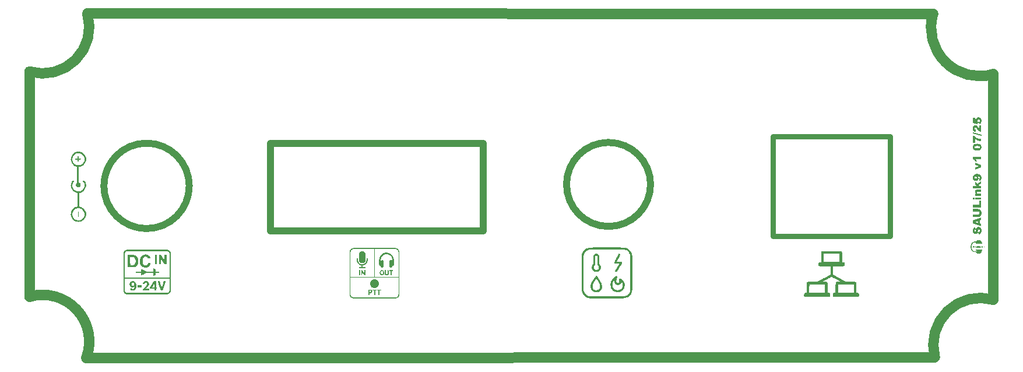
<source format=gbr>
%TF.GenerationSoftware,KiCad,Pcbnew,8.0.1*%
%TF.CreationDate,2025-08-11T12:06:48+02:00*%
%TF.ProjectId,SVX_Node_Case_back,5356585f-4e6f-4646-955f-436173655f62,rev?*%
%TF.SameCoordinates,Original*%
%TF.FileFunction,Legend,Top*%
%TF.FilePolarity,Positive*%
%FSLAX46Y46*%
G04 Gerber Fmt 4.6, Leading zero omitted, Abs format (unit mm)*
G04 Created by KiCad (PCBNEW 8.0.1) date 2025-08-11 12:06:48*
%MOMM*%
%LPD*%
G01*
G04 APERTURE LIST*
%ADD10C,1.500000*%
%ADD11C,0.800000*%
%ADD12C,1.000000*%
%ADD13C,0.200000*%
%ADD14C,0.000000*%
G04 APERTURE END LIST*
D10*
X214500002Y-121870000D02*
G75*
G02*
X222990320Y-113533540I6596198J1773800D01*
G01*
X223000000Y-80773070D02*
G75*
G02*
X214222540Y-72014928I-2000000J6773070D01*
G01*
X83000000Y-113096195D02*
G75*
G02*
X91256389Y-121945484I1903800J-6500005D01*
G01*
D11*
X208000000Y-104300000D02*
X191000000Y-104300000D01*
X191000000Y-104300000D02*
X191000000Y-89800000D01*
D12*
X106200000Y-97000000D02*
G75*
G02*
X93800000Y-97000000I-6200000J0D01*
G01*
X93800000Y-97000000D02*
G75*
G02*
X106200000Y-97000000I6200000J0D01*
G01*
D10*
X83000000Y-80403806D02*
X83000000Y-113096194D01*
X214222540Y-72014928D02*
X91403806Y-72000000D01*
D11*
X191000000Y-89800000D02*
X208000000Y-89800000D01*
D10*
X223000000Y-80773070D02*
X223000000Y-113500001D01*
X91403806Y-72000000D02*
G75*
G02*
X83000000Y-80403806I-6500006J-1903800D01*
G01*
D12*
X118000000Y-90800000D02*
X148900000Y-90800000D01*
X148900000Y-103500000D01*
X118000000Y-103500000D01*
X118000000Y-90800000D01*
X173200000Y-96790000D02*
G75*
G02*
X161000000Y-96790000I-6100000J0D01*
G01*
X161000000Y-96790000D02*
G75*
G02*
X173200000Y-96790000I6100000J0D01*
G01*
D11*
X208000000Y-89800000D02*
X208000000Y-104300000D01*
D10*
X214463612Y-121914516D02*
X91220000Y-121990000D01*
D13*
G36*
X220837723Y-104041381D02*
G01*
X220814569Y-103686154D01*
X220875857Y-103674202D01*
X220932253Y-103651714D01*
X220951443Y-103639260D01*
X220994661Y-103593711D01*
X221019940Y-103536457D01*
X221027353Y-103474249D01*
X221021258Y-103415333D01*
X220997023Y-103359554D01*
X220990424Y-103351151D01*
X220942334Y-103314932D01*
X220904548Y-103307773D01*
X220848060Y-103325571D01*
X220821896Y-103349099D01*
X220792806Y-103400433D01*
X220773461Y-103457053D01*
X220756809Y-103521863D01*
X220752727Y-103540195D01*
X220738603Y-103599399D01*
X220719352Y-103667223D01*
X220698326Y-103728176D01*
X220675526Y-103782261D01*
X220645823Y-103838095D01*
X220607939Y-103890732D01*
X220565933Y-103931845D01*
X220512087Y-103966467D01*
X220452012Y-103987899D01*
X220385709Y-103996142D01*
X220376983Y-103996245D01*
X220314723Y-103989873D01*
X220254887Y-103970755D01*
X220202594Y-103942316D01*
X220154738Y-103903287D01*
X220113751Y-103853610D01*
X220082736Y-103799798D01*
X220073634Y-103779944D01*
X220053117Y-103720703D01*
X220039974Y-103660632D01*
X220031319Y-103592876D01*
X220027472Y-103528682D01*
X220026739Y-103482749D01*
X220028814Y-103412998D01*
X220035040Y-103348642D01*
X220045415Y-103289682D01*
X220063344Y-103226052D01*
X220087249Y-103170190D01*
X220111736Y-103129574D01*
X220153718Y-103081072D01*
X220205294Y-103041994D01*
X220266462Y-103012342D01*
X220326528Y-102994427D01*
X220381966Y-102984787D01*
X220401896Y-103336789D01*
X220345138Y-103353299D01*
X220294671Y-103387563D01*
X220287591Y-103395701D01*
X220260773Y-103449117D01*
X220251973Y-103509921D01*
X220251833Y-103519678D01*
X220259526Y-103579795D01*
X220279091Y-103617864D01*
X220328836Y-103649120D01*
X220345330Y-103650690D01*
X220396621Y-103623433D01*
X220423328Y-103566587D01*
X220439024Y-103504385D01*
X220440291Y-103498283D01*
X220453288Y-103439271D01*
X220469611Y-103371611D01*
X220486020Y-103310734D01*
X220505825Y-103246636D01*
X220529086Y-103184202D01*
X220545804Y-103147745D01*
X220577850Y-103092655D01*
X220618241Y-103042211D01*
X220663670Y-103003102D01*
X220678281Y-102993579D01*
X220734903Y-102966046D01*
X220795958Y-102949942D01*
X220855309Y-102945219D01*
X220918544Y-102950320D01*
X220978998Y-102965621D01*
X221036669Y-102991124D01*
X221067507Y-103009699D01*
X221118367Y-103049862D01*
X221161809Y-103098139D01*
X221194196Y-103147863D01*
X221214639Y-103189364D01*
X221236566Y-103250730D01*
X221250613Y-103310617D01*
X221259863Y-103376281D01*
X221263974Y-103437164D01*
X221264757Y-103480111D01*
X221262875Y-103554231D01*
X221257229Y-103622425D01*
X221247818Y-103684694D01*
X221230760Y-103754195D01*
X221207821Y-103814438D01*
X221172530Y-103874507D01*
X221144297Y-103907145D01*
X221096727Y-103948032D01*
X221044582Y-103981664D01*
X220987862Y-104008042D01*
X220926566Y-104027166D01*
X220860696Y-104039036D01*
X220837723Y-104041381D01*
G37*
G36*
X221246000Y-101961311D02*
G01*
X221039663Y-102020516D01*
X221039663Y-102445792D01*
X221246000Y-102504410D01*
X221246000Y-102886015D01*
X220045497Y-102432016D01*
X220045497Y-102232421D01*
X220352071Y-102232421D01*
X220777053Y-102365191D01*
X220777053Y-102098771D01*
X220352071Y-102232421D01*
X220045497Y-102232421D01*
X220045497Y-102024619D01*
X221246000Y-101570621D01*
X221246000Y-101961311D01*
G37*
G36*
X220045497Y-100729155D02*
G01*
X220045497Y-100356636D01*
X220759761Y-100356636D01*
X220818514Y-100359279D01*
X220881620Y-100368415D01*
X220942437Y-100384077D01*
X220960235Y-100390048D01*
X221016930Y-100414623D01*
X221069046Y-100446583D01*
X221116581Y-100485927D01*
X221125539Y-100494682D01*
X221165564Y-100539882D01*
X221200071Y-100591189D01*
X221224604Y-100644159D01*
X221242171Y-100701385D01*
X221254719Y-100764033D01*
X221261581Y-100823298D01*
X221264601Y-100886715D01*
X221264757Y-100905596D01*
X221263303Y-100968153D01*
X221259456Y-101028328D01*
X221253205Y-101091652D01*
X221252448Y-101098157D01*
X221242407Y-101159867D01*
X221225940Y-101220078D01*
X221203794Y-101272254D01*
X221172250Y-101323142D01*
X221132133Y-101370732D01*
X221100626Y-101400628D01*
X221053998Y-101436196D01*
X221002024Y-101465122D01*
X220962287Y-101480055D01*
X220900053Y-101496774D01*
X220841947Y-101508020D01*
X220782224Y-101514100D01*
X220759761Y-101514640D01*
X220045497Y-101514640D01*
X220045497Y-101142121D01*
X220775295Y-101142121D01*
X220837539Y-101135645D01*
X220893909Y-101113807D01*
X220928288Y-101087313D01*
X220963964Y-101035767D01*
X220980753Y-100975736D01*
X220983390Y-100935198D01*
X220976983Y-100873823D01*
X220955378Y-100818085D01*
X220929168Y-100783963D01*
X220877615Y-100748477D01*
X220816718Y-100731778D01*
X220775295Y-100729155D01*
X220045497Y-100729155D01*
G37*
G36*
X220045497Y-100116887D02*
G01*
X220045497Y-99743489D01*
X220945874Y-99743489D01*
X220945874Y-99160823D01*
X221246000Y-99160823D01*
X221246000Y-100116887D01*
X220045497Y-100116887D01*
G37*
G36*
X220045497Y-99007243D02*
G01*
X220045497Y-98671653D01*
X220270591Y-98671653D01*
X220270591Y-99007243D01*
X220045497Y-99007243D01*
G37*
G36*
X220364381Y-99007243D02*
G01*
X220364381Y-98671653D01*
X221246000Y-98671653D01*
X221246000Y-99007243D01*
X220364381Y-99007243D01*
G37*
G36*
X220364381Y-98460334D02*
G01*
X220364381Y-98147899D01*
X220507409Y-98147899D01*
X220462386Y-98108381D01*
X220421605Y-98064199D01*
X220387986Y-98015269D01*
X220383138Y-98006336D01*
X220360277Y-97948070D01*
X220348590Y-97886912D01*
X220345623Y-97831360D01*
X220350843Y-97765543D01*
X220366505Y-97707309D01*
X220396606Y-97650861D01*
X220429154Y-97613593D01*
X220483162Y-97575481D01*
X220543237Y-97552075D01*
X220605118Y-97539679D01*
X220665081Y-97535060D01*
X220686488Y-97534752D01*
X221246000Y-97534752D01*
X221246000Y-97871807D01*
X220760347Y-97871807D01*
X220700794Y-97876838D01*
X220645008Y-97900413D01*
X220642817Y-97902288D01*
X220612319Y-97952898D01*
X220608233Y-97987871D01*
X220621385Y-98046192D01*
X220654834Y-98086936D01*
X220709748Y-98112782D01*
X220772729Y-98122936D01*
X220821896Y-98124745D01*
X221246000Y-98124745D01*
X221246000Y-98460334D01*
X220364381Y-98460334D01*
G37*
G36*
X220045497Y-97340725D02*
G01*
X220045497Y-96997808D01*
X220636956Y-96997808D01*
X220364381Y-96747215D01*
X220364381Y-96334249D01*
X220673299Y-96648443D01*
X221246000Y-96316078D01*
X221246000Y-96694459D01*
X220893411Y-96871779D01*
X221016802Y-96997808D01*
X221246000Y-96997808D01*
X221246000Y-97340725D01*
X220045497Y-97340725D01*
G37*
G36*
X220698555Y-95269487D02*
G01*
X220772817Y-95274868D01*
X220841657Y-95284553D01*
X220905075Y-95298544D01*
X220963070Y-95316839D01*
X221027939Y-95345762D01*
X221084337Y-95381411D01*
X221114108Y-95406029D01*
X221157508Y-95451590D01*
X221193552Y-95502360D01*
X221222240Y-95558339D01*
X221243572Y-95619528D01*
X221257549Y-95685925D01*
X221264169Y-95757532D01*
X221264757Y-95787634D01*
X221263116Y-95847805D01*
X221257223Y-95909427D01*
X221245468Y-95969644D01*
X221230466Y-96015073D01*
X221202948Y-96069009D01*
X221167950Y-96116364D01*
X221129642Y-96153705D01*
X221080190Y-96188574D01*
X221022910Y-96217417D01*
X220964046Y-96238408D01*
X220927116Y-95904577D01*
X220982566Y-95885435D01*
X221014457Y-95860027D01*
X221038088Y-95805238D01*
X221039663Y-95783531D01*
X221026216Y-95723706D01*
X220985874Y-95675684D01*
X220958184Y-95657501D01*
X220901014Y-95636706D01*
X220839511Y-95624062D01*
X220771931Y-95614711D01*
X220703780Y-95607969D01*
X220745699Y-95649692D01*
X220781790Y-95696156D01*
X220802259Y-95731653D01*
X220823497Y-95790862D01*
X220832568Y-95852674D01*
X220833327Y-95878199D01*
X220829370Y-95937306D01*
X220814752Y-96001759D01*
X220789363Y-96061358D01*
X220753203Y-96116105D01*
X220720780Y-96152240D01*
X220668693Y-96195751D01*
X220610913Y-96228575D01*
X220547438Y-96250712D01*
X220488499Y-96261181D01*
X220436188Y-96263907D01*
X220371747Y-96259410D01*
X220310644Y-96245917D01*
X220252880Y-96223428D01*
X220222231Y-96207048D01*
X220171582Y-96171679D01*
X220128444Y-96129541D01*
X220092818Y-96080633D01*
X220076272Y-96050537D01*
X220052328Y-95990307D01*
X220037623Y-95930036D01*
X220029109Y-95863426D01*
X220026739Y-95799944D01*
X220027070Y-95789979D01*
X220251833Y-95789979D01*
X220262751Y-95851161D01*
X220295504Y-95901060D01*
X220346105Y-95932616D01*
X220405587Y-95944337D01*
X220426809Y-95945024D01*
X220487122Y-95938594D01*
X220542692Y-95914840D01*
X220561631Y-95899302D01*
X220596582Y-95847864D01*
X220608187Y-95789260D01*
X220608233Y-95784996D01*
X220598315Y-95723992D01*
X220568562Y-95673421D01*
X220563096Y-95667466D01*
X220512216Y-95633596D01*
X220454263Y-95621016D01*
X220433843Y-95620279D01*
X220375069Y-95627244D01*
X220319627Y-95652978D01*
X220300193Y-95669811D01*
X220265482Y-95720739D01*
X220252022Y-95781197D01*
X220251833Y-95789979D01*
X220027070Y-95789979D01*
X220028913Y-95734434D01*
X220035436Y-95673974D01*
X220048541Y-95609818D01*
X220067565Y-95552534D01*
X220088581Y-95508904D01*
X220123899Y-95456862D01*
X220168302Y-95410352D01*
X220214609Y-95374194D01*
X220267871Y-95342271D01*
X220284367Y-95333928D01*
X220347232Y-95308347D01*
X220407703Y-95291421D01*
X220474253Y-95279111D01*
X220534355Y-95272379D01*
X220598679Y-95268853D01*
X220639300Y-95268276D01*
X220698555Y-95269487D01*
G37*
G36*
X220364381Y-94640767D02*
G01*
X220364381Y-94291402D01*
X220923013Y-94121409D01*
X220364381Y-93945847D01*
X220364381Y-93607034D01*
X221246000Y-93978967D01*
X221246000Y-94276454D01*
X220364381Y-94640767D01*
G37*
G36*
X220026739Y-92786671D02*
G01*
X221246000Y-92786671D01*
X221246000Y-93126364D01*
X220447618Y-93126364D01*
X220485177Y-93177323D01*
X220517983Y-93227251D01*
X220548583Y-93280983D01*
X220551080Y-93285806D01*
X220577901Y-93343406D01*
X220601623Y-93403765D01*
X220622435Y-93464597D01*
X220626990Y-93478953D01*
X220345623Y-93478953D01*
X220324517Y-93417355D01*
X220301865Y-93361157D01*
X220273485Y-93302417D01*
X220243001Y-93251026D01*
X220215197Y-93212826D01*
X220174732Y-93168056D01*
X220129834Y-93128415D01*
X220080503Y-93093904D01*
X220026739Y-93064521D01*
X220026739Y-92786671D01*
G37*
G36*
X220696237Y-90880797D02*
G01*
X220770893Y-90885148D01*
X220840090Y-90892979D01*
X220903828Y-90904290D01*
X220962107Y-90919082D01*
X221027280Y-90942466D01*
X221083923Y-90971289D01*
X221113815Y-90991193D01*
X221165112Y-91038605D01*
X221199752Y-91086742D01*
X221227022Y-91142721D01*
X221246921Y-91206543D01*
X221259451Y-91278207D01*
X221264168Y-91341185D01*
X221264757Y-91374556D01*
X221262457Y-91438444D01*
X221255557Y-91496749D01*
X221242038Y-91556549D01*
X221219648Y-91615109D01*
X221216690Y-91621046D01*
X221185964Y-91671278D01*
X221148189Y-91716132D01*
X221103367Y-91755606D01*
X221075420Y-91775212D01*
X221018941Y-91805245D01*
X220961484Y-91826116D01*
X220901698Y-91841670D01*
X220894583Y-91843210D01*
X220835635Y-91853852D01*
X220773683Y-91861454D01*
X220708726Y-91866016D01*
X220649425Y-91867512D01*
X220640766Y-91867536D01*
X220578599Y-91866446D01*
X220520034Y-91863178D01*
X220447549Y-91855429D01*
X220381466Y-91843806D01*
X220321785Y-91828309D01*
X220256187Y-91803489D01*
X220200593Y-91772616D01*
X220163320Y-91743558D01*
X220116904Y-91692403D01*
X220085560Y-91642815D01*
X220060884Y-91586901D01*
X220042878Y-91524662D01*
X220031541Y-91456098D01*
X220027273Y-91396692D01*
X220026934Y-91376901D01*
X220251833Y-91376901D01*
X220265619Y-91436938D01*
X220306977Y-91481785D01*
X220335364Y-91497362D01*
X220393595Y-91515213D01*
X220454433Y-91525059D01*
X220517407Y-91530685D01*
X220577521Y-91533390D01*
X220644576Y-91534291D01*
X220712306Y-91533297D01*
X220772981Y-91530313D01*
X220836478Y-91524106D01*
X220897716Y-91513245D01*
X220956132Y-91493551D01*
X221007034Y-91457803D01*
X221036727Y-91402970D01*
X221039663Y-91375143D01*
X221025810Y-91316662D01*
X221004199Y-91286629D01*
X220954938Y-91252393D01*
X220896979Y-91232646D01*
X220892238Y-91231528D01*
X220829499Y-91221349D01*
X220763072Y-91216163D01*
X220702014Y-91214086D01*
X220653369Y-91213649D01*
X220582895Y-91214644D01*
X220520035Y-91217628D01*
X220454653Y-91223834D01*
X220392230Y-91234695D01*
X220333899Y-91254389D01*
X220283890Y-91290714D01*
X220255760Y-91343089D01*
X220251833Y-91376901D01*
X220026934Y-91376901D01*
X220026739Y-91365471D01*
X220029104Y-91300342D01*
X220036198Y-91242121D01*
X220051292Y-91180346D01*
X220056635Y-91165289D01*
X220081392Y-91110499D01*
X220113979Y-91060446D01*
X220134011Y-91037501D01*
X220179893Y-90995701D01*
X220231249Y-90961336D01*
X220234541Y-90959539D01*
X220291621Y-90933674D01*
X220348658Y-90915730D01*
X220357346Y-90913524D01*
X220416493Y-90900390D01*
X220476734Y-90890483D01*
X220538069Y-90883801D01*
X220600498Y-90880345D01*
X220636662Y-90879818D01*
X220696237Y-90880797D01*
G37*
G36*
X220045497Y-90742065D02*
G01*
X220045497Y-89761967D01*
X220270298Y-89761967D01*
X220313942Y-89808404D01*
X220358926Y-89851873D01*
X220405250Y-89892375D01*
X220452912Y-89929909D01*
X220501915Y-89964475D01*
X220518547Y-89975338D01*
X220570105Y-90006702D01*
X220623481Y-90035948D01*
X220678675Y-90063076D01*
X220735686Y-90088087D01*
X220794515Y-90110979D01*
X220855161Y-90131753D01*
X220879928Y-90139469D01*
X220939949Y-90156282D01*
X221003947Y-90170889D01*
X221071923Y-90183292D01*
X221131607Y-90191943D01*
X221194054Y-90199063D01*
X221246000Y-90203656D01*
X221246000Y-90538367D01*
X221173991Y-90527769D01*
X221104949Y-90515762D01*
X221038875Y-90502344D01*
X220975769Y-90487515D01*
X220915631Y-90471276D01*
X220858459Y-90453627D01*
X220791169Y-90429581D01*
X220753020Y-90414096D01*
X220690065Y-90385123D01*
X220625765Y-90351327D01*
X220573357Y-90320818D01*
X220520088Y-90287223D01*
X220465957Y-90250540D01*
X220410966Y-90210772D01*
X220355114Y-90167916D01*
X220326865Y-90145331D01*
X220326865Y-90742065D01*
X220045497Y-90742065D01*
G37*
G36*
X220026739Y-89395017D02*
G01*
X220026739Y-89223558D01*
X221264757Y-89526908D01*
X221264757Y-89696608D01*
X220026739Y-89395017D01*
G37*
G36*
X221246000Y-88178981D02*
G01*
X221246000Y-89186336D01*
X221180818Y-89175404D01*
X221117347Y-89157741D01*
X221055588Y-89133346D01*
X220995539Y-89102219D01*
X220961994Y-89081409D01*
X220910491Y-89043037D01*
X220865289Y-89002811D01*
X220818013Y-88955087D01*
X220778697Y-88911508D01*
X220738054Y-88863129D01*
X220696082Y-88809952D01*
X220652782Y-88751974D01*
X220614170Y-88700331D01*
X220573758Y-88649561D01*
X220533687Y-88604040D01*
X220489237Y-88563224D01*
X220438044Y-88533561D01*
X220383138Y-88521898D01*
X220324085Y-88536260D01*
X220290228Y-88562637D01*
X220259182Y-88615146D01*
X220251833Y-88665219D01*
X220262238Y-88723764D01*
X220293452Y-88770439D01*
X220346106Y-88802772D01*
X220408260Y-88820200D01*
X220439412Y-88825247D01*
X220411568Y-89161716D01*
X220352622Y-89151426D01*
X220292570Y-89135819D01*
X220234340Y-89113356D01*
X220190870Y-89089030D01*
X220144863Y-89051849D01*
X220106126Y-89006254D01*
X220074659Y-88952244D01*
X220069237Y-88940432D01*
X220048694Y-88880514D01*
X220036077Y-88817445D01*
X220029395Y-88754685D01*
X220026905Y-88695266D01*
X220026739Y-88674305D01*
X220028141Y-88610681D01*
X220033318Y-88543434D01*
X220042310Y-88483704D01*
X220057257Y-88424646D01*
X220066600Y-88398799D01*
X220095479Y-88341217D01*
X220132660Y-88291935D01*
X220178140Y-88250954D01*
X220188233Y-88243754D01*
X220241470Y-88213924D01*
X220298600Y-88195142D01*
X220359622Y-88187408D01*
X220372294Y-88187187D01*
X220432387Y-88192311D01*
X220490996Y-88207682D01*
X220548121Y-88233300D01*
X220579217Y-88251960D01*
X220629811Y-88290960D01*
X220676065Y-88335934D01*
X220717185Y-88382542D01*
X220759665Y-88436590D01*
X220796104Y-88487313D01*
X220831578Y-88539047D01*
X220866057Y-88587857D01*
X220892531Y-88623014D01*
X220931240Y-88667727D01*
X220964632Y-88703321D01*
X220964632Y-88178981D01*
X221246000Y-88178981D01*
G37*
G36*
X220045497Y-87906113D02*
G01*
X220045497Y-87108904D01*
X220326865Y-87108904D01*
X220326865Y-87648778D01*
X220496565Y-87677794D01*
X220471505Y-87622107D01*
X220453773Y-87567006D01*
X220442568Y-87509103D01*
X220439412Y-87458562D01*
X220443235Y-87392939D01*
X220454703Y-87332139D01*
X220473817Y-87276161D01*
X220505780Y-87216948D01*
X220548149Y-87164298D01*
X220598414Y-87120216D01*
X220654065Y-87086961D01*
X220715101Y-87064533D01*
X220781523Y-87052933D01*
X220821896Y-87051165D01*
X220886464Y-87055779D01*
X220949594Y-87069619D01*
X221011286Y-87092687D01*
X221044939Y-87109490D01*
X221095277Y-87141547D01*
X221144376Y-87184880D01*
X221185499Y-87235911D01*
X221208484Y-87274207D01*
X221233103Y-87331287D01*
X221250689Y-87395840D01*
X221260306Y-87458455D01*
X221264538Y-87526793D01*
X221264757Y-87547369D01*
X221262926Y-87611944D01*
X221257431Y-87671140D01*
X221247030Y-87730606D01*
X221241603Y-87752533D01*
X221222983Y-87808156D01*
X221196509Y-87861964D01*
X221172434Y-87897613D01*
X221133063Y-87942278D01*
X221086228Y-87982157D01*
X221068386Y-87994333D01*
X221016256Y-88022496D01*
X220959722Y-88044801D01*
X220923013Y-88056175D01*
X220889600Y-87716482D01*
X220947239Y-87699372D01*
X220996625Y-87664293D01*
X221001561Y-87658743D01*
X221031291Y-87605595D01*
X221039663Y-87550593D01*
X221029230Y-87490267D01*
X220997932Y-87440632D01*
X220992182Y-87434822D01*
X220941717Y-87403566D01*
X220884262Y-87390707D01*
X220850619Y-87389099D01*
X220790421Y-87394571D01*
X220734995Y-87415148D01*
X220709349Y-87435408D01*
X220677162Y-87485309D01*
X220664900Y-87544085D01*
X220664506Y-87558213D01*
X220672864Y-87617770D01*
X220685902Y-87652295D01*
X220719036Y-87701827D01*
X220741882Y-87726448D01*
X220704953Y-88012212D01*
X220045497Y-87906113D01*
G37*
D14*
%TO.C,G4*%
G36*
X131045186Y-109602493D02*
G01*
X131045186Y-109958140D01*
X130963149Y-109956729D01*
X130881113Y-109955318D01*
X130881113Y-109601083D01*
X130881113Y-109246847D01*
X130963149Y-109246847D01*
X131045186Y-109246847D01*
X131045186Y-109602493D01*
G37*
G36*
X133420332Y-112133743D02*
G01*
X133420332Y-112207966D01*
X133314857Y-112207966D01*
X133209381Y-112207966D01*
X133209381Y-112543925D01*
X133209381Y-112879883D01*
X133123439Y-112879883D01*
X133037496Y-112879883D01*
X133037496Y-112543925D01*
X133037496Y-112207966D01*
X132928114Y-112207966D01*
X132818732Y-112207966D01*
X132818732Y-112133743D01*
X132818732Y-112059520D01*
X133119532Y-112059520D01*
X133420332Y-112059520D01*
X133420332Y-112133743D01*
G37*
G36*
X135811104Y-109313017D02*
G01*
X135811104Y-109379186D01*
X135716293Y-109381380D01*
X135621482Y-109383574D01*
X135620584Y-109668748D01*
X135619686Y-109953921D01*
X135539605Y-109953921D01*
X135459524Y-109953921D01*
X135459522Y-109666794D01*
X135459520Y-109379667D01*
X135365764Y-109379667D01*
X135272008Y-109379667D01*
X135272008Y-109313257D01*
X135272008Y-109246847D01*
X135541556Y-109246847D01*
X135811104Y-109246847D01*
X135811104Y-109313017D01*
G37*
G36*
X133773869Y-112059502D02*
G01*
X134076622Y-112059520D01*
X134076622Y-112133743D01*
X134076622Y-112207966D01*
X133967082Y-112207966D01*
X133857542Y-112207966D01*
X133858042Y-112541971D01*
X133858542Y-112875976D01*
X133777715Y-112878178D01*
X133743591Y-112878596D01*
X133715466Y-112877982D01*
X133696885Y-112876470D01*
X133691430Y-112874923D01*
X133690270Y-112866190D01*
X133689194Y-112843475D01*
X133688229Y-112808421D01*
X133687402Y-112762670D01*
X133686738Y-112707866D01*
X133686266Y-112645653D01*
X133686011Y-112577672D01*
X133685973Y-112538716D01*
X133685973Y-112207966D01*
X133581034Y-112207966D01*
X133476095Y-112207966D01*
X133473606Y-112133726D01*
X133471116Y-112059485D01*
X133773869Y-112059502D01*
G37*
G36*
X132391169Y-112060881D02*
G01*
X132588643Y-112063426D01*
X132640701Y-112089070D01*
X132693142Y-112122500D01*
X132732691Y-112164756D01*
X132759324Y-112215798D01*
X132773018Y-112275588D01*
X132775009Y-112309162D01*
X132771289Y-112368508D01*
X132758014Y-112418067D01*
X132733881Y-112461320D01*
X132705962Y-112493642D01*
X132675103Y-112521201D01*
X132643324Y-112541697D01*
X132607500Y-112556184D01*
X132564504Y-112565713D01*
X132511212Y-112571339D01*
X132469101Y-112573417D01*
X132365579Y-112576986D01*
X132365579Y-112728435D01*
X132365579Y-112879883D01*
X132279637Y-112879883D01*
X132193694Y-112879883D01*
X132193694Y-112469109D01*
X132193694Y-112207966D01*
X132365579Y-112207966D01*
X132365579Y-112317348D01*
X132365579Y-112426730D01*
X132437849Y-112426718D01*
X132479825Y-112425617D01*
X132509995Y-112421993D01*
X132532051Y-112415335D01*
X132536910Y-112413045D01*
X132567866Y-112389865D01*
X132588143Y-112359477D01*
X132597607Y-112325149D01*
X132596128Y-112290152D01*
X132583573Y-112257754D01*
X132559812Y-112231224D01*
X132544615Y-112221651D01*
X132525354Y-112214433D01*
X132499614Y-112210107D01*
X132463747Y-112208188D01*
X132441756Y-112207978D01*
X132365579Y-112207966D01*
X132193694Y-112207966D01*
X132193694Y-112058335D01*
X132391169Y-112060881D01*
G37*
G36*
X133188920Y-110558868D02*
G01*
X133280938Y-110577684D01*
X133370322Y-110610687D01*
X133455682Y-110657968D01*
X133492010Y-110683625D01*
X133544428Y-110730765D01*
X133594707Y-110789917D01*
X133640508Y-110857470D01*
X133679496Y-110929811D01*
X133709333Y-111003328D01*
X133718627Y-111033881D01*
X133730235Y-111094114D01*
X133735759Y-111163017D01*
X133735207Y-111234871D01*
X133728588Y-111303954D01*
X133718164Y-111356351D01*
X133686640Y-111449142D01*
X133643447Y-111531752D01*
X133588715Y-111603938D01*
X133582972Y-111610189D01*
X133507911Y-111681707D01*
X133429935Y-111738185D01*
X133347978Y-111780102D01*
X133260969Y-111807935D01*
X133167842Y-111822161D01*
X133103906Y-111824341D01*
X133061965Y-111823043D01*
X133019412Y-111820107D01*
X132982526Y-111816036D01*
X132966056Y-111813323D01*
X132884950Y-111791296D01*
X132810360Y-111758218D01*
X132739752Y-111712669D01*
X132670587Y-111653233D01*
X132658618Y-111641473D01*
X132612292Y-111592231D01*
X132576510Y-111546667D01*
X132548436Y-111500392D01*
X132525234Y-111449018D01*
X132513518Y-111416990D01*
X132487644Y-111320116D01*
X132475771Y-111222859D01*
X132477555Y-111126821D01*
X132492650Y-111033604D01*
X132520712Y-110944809D01*
X132561396Y-110862040D01*
X132614356Y-110786897D01*
X132659580Y-110738714D01*
X132738126Y-110674350D01*
X132822401Y-110623619D01*
X132911011Y-110586613D01*
X133002564Y-110563424D01*
X133095665Y-110554145D01*
X133188920Y-110558868D01*
G37*
G36*
X131463237Y-109461496D02*
G01*
X131495822Y-109514248D01*
X131526096Y-109563155D01*
X131553000Y-109606516D01*
X131575477Y-109642630D01*
X131592469Y-109669795D01*
X131602917Y-109686311D01*
X131605519Y-109690278D01*
X131608334Y-109691440D01*
X131610576Y-109685124D01*
X131612304Y-109670033D01*
X131613577Y-109644870D01*
X131614453Y-109608340D01*
X131614992Y-109559146D01*
X131615253Y-109495991D01*
X131615285Y-109475376D01*
X131615533Y-109246847D01*
X131693663Y-109246847D01*
X131771793Y-109246847D01*
X131771793Y-109602673D01*
X131771793Y-109958500D01*
X131694152Y-109956757D01*
X131616512Y-109955014D01*
X131477342Y-109733958D01*
X131444105Y-109681337D01*
X131413481Y-109633185D01*
X131386463Y-109591037D01*
X131364047Y-109556431D01*
X131347224Y-109530905D01*
X131336990Y-109515993D01*
X131334266Y-109512693D01*
X131333257Y-109520121D01*
X131332344Y-109541206D01*
X131331564Y-109573976D01*
X131330950Y-109616463D01*
X131330538Y-109666696D01*
X131330363Y-109722706D01*
X131330359Y-109732217D01*
X131330359Y-109951952D01*
X131254183Y-109953844D01*
X131221829Y-109954375D01*
X131196282Y-109954276D01*
X131180893Y-109953589D01*
X131177923Y-109952875D01*
X131177904Y-109944718D01*
X131177882Y-109922516D01*
X131177858Y-109887849D01*
X131177833Y-109842298D01*
X131177807Y-109787444D01*
X131177782Y-109724868D01*
X131177759Y-109656151D01*
X131177742Y-109600384D01*
X131177644Y-109250753D01*
X131254059Y-109248548D01*
X131330473Y-109246342D01*
X131463237Y-109461496D01*
G37*
G36*
X134695801Y-109248243D02*
G01*
X134775884Y-109251144D01*
X134779790Y-109508777D01*
X134780953Y-109580292D01*
X134782116Y-109637888D01*
X134783385Y-109683270D01*
X134784867Y-109718146D01*
X134786669Y-109744221D01*
X134788899Y-109763202D01*
X134791662Y-109776794D01*
X134795065Y-109786704D01*
X134797502Y-109791670D01*
X134821430Y-109819771D01*
X134856393Y-109836977D01*
X134902083Y-109843141D01*
X134904798Y-109843157D01*
X134949020Y-109838537D01*
X134982208Y-109824005D01*
X135006172Y-109798552D01*
X135015196Y-109781559D01*
X135019487Y-109770757D01*
X135022934Y-109758615D01*
X135025650Y-109743298D01*
X135027752Y-109722971D01*
X135029353Y-109695798D01*
X135030569Y-109659946D01*
X135031514Y-109613578D01*
X135032303Y-109554861D01*
X135032889Y-109498893D01*
X135035309Y-109250753D01*
X135112640Y-109252354D01*
X135189972Y-109253955D01*
X135192240Y-109467211D01*
X135192686Y-109555832D01*
X135191788Y-109630492D01*
X135189255Y-109692821D01*
X135184795Y-109744446D01*
X135178118Y-109786998D01*
X135168933Y-109822106D01*
X135156950Y-109851399D01*
X135141878Y-109876507D01*
X135123426Y-109899057D01*
X135113341Y-109909395D01*
X135080858Y-109937147D01*
X135046931Y-109956680D01*
X135007868Y-109969290D01*
X134959978Y-109976275D01*
X134916518Y-109978591D01*
X134865446Y-109978803D01*
X134826271Y-109976064D01*
X134795492Y-109970101D01*
X134790764Y-109968723D01*
X134736213Y-109944268D01*
X134691146Y-109907797D01*
X134656339Y-109860267D01*
X134632568Y-109802635D01*
X134623751Y-109762503D01*
X134621713Y-109741577D01*
X134619866Y-109707537D01*
X134618280Y-109662894D01*
X134617024Y-109610161D01*
X134616171Y-109551850D01*
X134615790Y-109490470D01*
X134615777Y-109478531D01*
X134615718Y-109245342D01*
X134695801Y-109248243D01*
G37*
G36*
X134282541Y-109247879D02*
G01*
X134292247Y-109250385D01*
X134354649Y-109276065D01*
X134410015Y-109314660D01*
X134456799Y-109364457D01*
X134493457Y-109423742D01*
X134518445Y-109490800D01*
X134521965Y-109505259D01*
X134527805Y-109547441D01*
X134529365Y-109597688D01*
X134526961Y-109650660D01*
X134520909Y-109701020D01*
X134511526Y-109743427D01*
X134507070Y-109756559D01*
X134473517Y-109823637D01*
X134429756Y-109879788D01*
X134376920Y-109924158D01*
X134316144Y-109955891D01*
X134248564Y-109974132D01*
X134213349Y-109977884D01*
X134178358Y-109977970D01*
X134142985Y-109975098D01*
X134119594Y-109970937D01*
X134055599Y-109946713D01*
X133996989Y-109909003D01*
X133946159Y-109859660D01*
X133910456Y-109809267D01*
X133885024Y-109752017D01*
X133869403Y-109686345D01*
X133863552Y-109615954D01*
X133865739Y-109575659D01*
X134029918Y-109575659D01*
X134030060Y-109624368D01*
X134033790Y-109672310D01*
X134040907Y-109714687D01*
X134051213Y-109746700D01*
X134051648Y-109747613D01*
X134079517Y-109790164D01*
X134115092Y-109821396D01*
X134155961Y-109840532D01*
X134199713Y-109846793D01*
X134243938Y-109839401D01*
X134280561Y-109821498D01*
X134315363Y-109789197D01*
X134341180Y-109744699D01*
X134357750Y-109688769D01*
X134364808Y-109622177D01*
X134364366Y-109577372D01*
X134356244Y-109512289D01*
X134338733Y-109459515D01*
X134311904Y-109419141D01*
X134275829Y-109391263D01*
X134230578Y-109375972D01*
X134209850Y-109373397D01*
X134158692Y-109376169D01*
X134115430Y-109392415D01*
X134080148Y-109422071D01*
X134052932Y-109465077D01*
X134041190Y-109495138D01*
X134033562Y-109530983D01*
X134029918Y-109575659D01*
X133865739Y-109575659D01*
X133867427Y-109544549D01*
X133880987Y-109475834D01*
X133904187Y-109413512D01*
X133915270Y-109392707D01*
X133943396Y-109354569D01*
X133980867Y-109317366D01*
X134022641Y-109285447D01*
X134063676Y-109263163D01*
X134066882Y-109261886D01*
X134116619Y-109248103D01*
X134173429Y-109240955D01*
X134230880Y-109240771D01*
X134282541Y-109247879D01*
G37*
G36*
X131349349Y-106498761D02*
G01*
X131413441Y-106503837D01*
X131467292Y-106513978D01*
X131515889Y-106530744D01*
X131564218Y-106555699D01*
X131596545Y-106576174D01*
X131664974Y-106630994D01*
X131722302Y-106695934D01*
X131767336Y-106769355D01*
X131798886Y-106849619D01*
X131801002Y-106857046D01*
X131803913Y-106868737D01*
X131806387Y-106881931D01*
X131808459Y-106897928D01*
X131810162Y-106918028D01*
X131811534Y-106943532D01*
X131812607Y-106975741D01*
X131813419Y-107015954D01*
X131814002Y-107065472D01*
X131814394Y-107125595D01*
X131814628Y-107197624D01*
X131814739Y-107282859D01*
X131814764Y-107367825D01*
X131814778Y-107467437D01*
X131814733Y-107552779D01*
X131814501Y-107625203D01*
X131813952Y-107686065D01*
X131812959Y-107736719D01*
X131811392Y-107778520D01*
X131809122Y-107812822D01*
X131806022Y-107840980D01*
X131801962Y-107864348D01*
X131796813Y-107884280D01*
X131790447Y-107902132D01*
X131782734Y-107919257D01*
X131773547Y-107937010D01*
X131762756Y-107956745D01*
X131757952Y-107965518D01*
X131731039Y-108006174D01*
X131694263Y-108049771D01*
X131651702Y-108092188D01*
X131607430Y-108129302D01*
X131572622Y-108152940D01*
X131525396Y-108178468D01*
X131481159Y-108196304D01*
X131435298Y-108207595D01*
X131383202Y-108213488D01*
X131322546Y-108215132D01*
X131277206Y-108214717D01*
X131243117Y-108213121D01*
X131215921Y-108209817D01*
X131191258Y-108204279D01*
X131165276Y-108196154D01*
X131081851Y-108160158D01*
X131009080Y-108112811D01*
X130947308Y-108054464D01*
X130896878Y-107985471D01*
X130858134Y-107906183D01*
X130844690Y-107867522D01*
X130841653Y-107856755D01*
X130839074Y-107844842D01*
X130836916Y-107830480D01*
X130835142Y-107812367D01*
X130833716Y-107789200D01*
X130832599Y-107759678D01*
X130831756Y-107722498D01*
X130831147Y-107676357D01*
X130830738Y-107619953D01*
X130830490Y-107551985D01*
X130830366Y-107471149D01*
X130830329Y-107376144D01*
X130830329Y-107363918D01*
X130830335Y-107263298D01*
X130830436Y-107176949D01*
X130830748Y-107103518D01*
X130831393Y-107041650D01*
X130832490Y-106989992D01*
X130834159Y-106947189D01*
X130836518Y-106911888D01*
X130839687Y-106882733D01*
X130843787Y-106858371D01*
X130848935Y-106837448D01*
X130855253Y-106818610D01*
X130862859Y-106800503D01*
X130871873Y-106781772D01*
X130882415Y-106761063D01*
X130883772Y-106758412D01*
X130911261Y-106713252D01*
X130947040Y-106666961D01*
X130987742Y-106623059D01*
X131029998Y-106585063D01*
X131070440Y-106556491D01*
X131084251Y-106549022D01*
X131159497Y-106519576D01*
X131239433Y-106502770D01*
X131326669Y-106498111D01*
X131349349Y-106498761D01*
G37*
G36*
X130641067Y-107481551D02*
G01*
X130661225Y-107490004D01*
X130676758Y-107500868D01*
X130688361Y-107516213D01*
X130696727Y-107538112D01*
X130702548Y-107568634D01*
X130706520Y-107609851D01*
X130709334Y-107663833D01*
X130710246Y-107688157D01*
X130713456Y-107757777D01*
X130718149Y-107815066D01*
X130724994Y-107863298D01*
X130734662Y-107905746D01*
X130747821Y-107945685D01*
X130765143Y-107986387D01*
X130775793Y-108008489D01*
X130828109Y-108098787D01*
X130889322Y-108176394D01*
X130960084Y-108241893D01*
X131041049Y-108295869D01*
X131132870Y-108338906D01*
X131154567Y-108346955D01*
X131180461Y-108355609D01*
X131203293Y-108361462D01*
X131227224Y-108365033D01*
X131256414Y-108366838D01*
X131295024Y-108367396D01*
X131318640Y-108367371D01*
X131390765Y-108364838D01*
X131452778Y-108357042D01*
X131509647Y-108342827D01*
X131566337Y-108321039D01*
X131611185Y-108299312D01*
X131671056Y-108261415D01*
X131730224Y-108211340D01*
X131785738Y-108152373D01*
X131834648Y-108087798D01*
X131874003Y-108020902D01*
X131887544Y-107991553D01*
X131901501Y-107954386D01*
X131912317Y-107915629D01*
X131920468Y-107872313D01*
X131926427Y-107821473D01*
X131930668Y-107760142D01*
X131932930Y-107707690D01*
X131935516Y-107647622D01*
X131938885Y-107601042D01*
X131943629Y-107565814D01*
X131950346Y-107539802D01*
X131959628Y-107520869D01*
X131972072Y-107506878D01*
X131988272Y-107495694D01*
X131992639Y-107493268D01*
X132022468Y-107483288D01*
X132049080Y-107488015D01*
X132073979Y-107507847D01*
X132081337Y-107516798D01*
X132091419Y-107531810D01*
X132098343Y-107548047D01*
X132103141Y-107569521D01*
X132106843Y-107600246D01*
X132108917Y-107624166D01*
X132111502Y-107696221D01*
X132108853Y-107775078D01*
X132101467Y-107854734D01*
X132089844Y-107929182D01*
X132079890Y-107973331D01*
X132067384Y-108014020D01*
X132050180Y-108060848D01*
X132031141Y-108106278D01*
X132022039Y-108125684D01*
X131971718Y-108210808D01*
X131908521Y-108289041D01*
X131834154Y-108359110D01*
X131750321Y-108419745D01*
X131658727Y-108469674D01*
X131561077Y-108507626D01*
X131482713Y-108527911D01*
X131416302Y-108541420D01*
X131414162Y-108671031D01*
X131412022Y-108800643D01*
X131578235Y-108803028D01*
X131643094Y-108804372D01*
X131694203Y-108806621D01*
X131733429Y-108810213D01*
X131762639Y-108815586D01*
X131783703Y-108823181D01*
X131798488Y-108833435D01*
X131808863Y-108846787D01*
X131814648Y-108858562D01*
X131820145Y-108887712D01*
X131815569Y-108918488D01*
X131802303Y-108944325D01*
X131794992Y-108951712D01*
X131786249Y-108958066D01*
X131776111Y-108963436D01*
X131763271Y-108967905D01*
X131746421Y-108971551D01*
X131724253Y-108974457D01*
X131695459Y-108976701D01*
X131658732Y-108978366D01*
X131612762Y-108979531D01*
X131556243Y-108980278D01*
X131487866Y-108980686D01*
X131406324Y-108980836D01*
X131322546Y-108980819D01*
X131229616Y-108980677D01*
X131151062Y-108980379D01*
X131085636Y-108979894D01*
X131032089Y-108979187D01*
X130989171Y-108978226D01*
X130955634Y-108976977D01*
X130930228Y-108975407D01*
X130911706Y-108973484D01*
X130898817Y-108971174D01*
X130892833Y-108969436D01*
X130859176Y-108951214D01*
X130837145Y-108925775D01*
X130828129Y-108895463D01*
X130832012Y-108866775D01*
X130841427Y-108847611D01*
X130856544Y-108832370D01*
X130878920Y-108820669D01*
X130910113Y-108812124D01*
X130951682Y-108806352D01*
X131005183Y-108802967D01*
X131072176Y-108801588D01*
X131097036Y-108801507D01*
X131232697Y-108801507D01*
X131232697Y-108672347D01*
X131232375Y-108621174D01*
X131231330Y-108584005D01*
X131229442Y-108559228D01*
X131226592Y-108545232D01*
X131222931Y-108540469D01*
X131211082Y-108537625D01*
X131188313Y-108532491D01*
X131158983Y-108526048D01*
X131150661Y-108524244D01*
X131064175Y-108501018D01*
X130986266Y-108469836D01*
X130913787Y-108428917D01*
X130843590Y-108376483D01*
X130772531Y-108310755D01*
X130771731Y-108309949D01*
X130713213Y-108246870D01*
X130665784Y-108185634D01*
X130627251Y-108122381D01*
X130595419Y-108053250D01*
X130568092Y-107974378D01*
X130555113Y-107928900D01*
X130547645Y-107899908D01*
X130542224Y-107874494D01*
X130538528Y-107849211D01*
X130536237Y-107820613D01*
X130535033Y-107785256D01*
X130534594Y-107739693D01*
X130534563Y-107707690D01*
X130534753Y-107655525D01*
X130535411Y-107616278D01*
X130536783Y-107587241D01*
X130539117Y-107565708D01*
X130542661Y-107548972D01*
X130547662Y-107534325D01*
X130551168Y-107526079D01*
X130569237Y-107495034D01*
X130590397Y-107478544D01*
X130616745Y-107475572D01*
X130641067Y-107481551D01*
G37*
G36*
X135016158Y-106687996D02*
G01*
X135137692Y-106715432D01*
X135178252Y-106728024D01*
X135286276Y-106771703D01*
X135391494Y-106829288D01*
X135491699Y-106899072D01*
X135584682Y-106979345D01*
X135668236Y-107068400D01*
X135737746Y-107160896D01*
X135800763Y-107269331D01*
X135851475Y-107386339D01*
X135889299Y-107510159D01*
X135913653Y-107639034D01*
X135921384Y-107715503D01*
X135923395Y-107753715D01*
X135924956Y-107802260D01*
X135926086Y-107859220D01*
X135926802Y-107922674D01*
X135927123Y-107990705D01*
X135927067Y-108061393D01*
X135926653Y-108132819D01*
X135925899Y-108203064D01*
X135924822Y-108270209D01*
X135923443Y-108332336D01*
X135921778Y-108387524D01*
X135919847Y-108433855D01*
X135917667Y-108469410D01*
X135915257Y-108492270D01*
X135913901Y-108498556D01*
X135892770Y-108540215D01*
X135859822Y-108579100D01*
X135818866Y-108612099D01*
X135773706Y-108636097D01*
X135731728Y-108647549D01*
X135702472Y-108656877D01*
X135684035Y-108674460D01*
X135678532Y-108694338D01*
X135672870Y-108717388D01*
X135658258Y-108746817D01*
X135637273Y-108778447D01*
X135612486Y-108808103D01*
X135601898Y-108818652D01*
X135559843Y-108850643D01*
X135521570Y-108867328D01*
X135489725Y-108875694D01*
X135464789Y-108878391D01*
X135439208Y-108875516D01*
X135411104Y-108868703D01*
X135357547Y-108846625D01*
X135311762Y-108812300D01*
X135276202Y-108767859D01*
X135261350Y-108738582D01*
X135258752Y-108729706D01*
X135256522Y-108715778D01*
X135254621Y-108695578D01*
X135253010Y-108667890D01*
X135251650Y-108631495D01*
X135250499Y-108585175D01*
X135249520Y-108527713D01*
X135248673Y-108457890D01*
X135247917Y-108374489D01*
X135247435Y-108309289D01*
X135246767Y-108217163D01*
X135246243Y-108139302D01*
X135246028Y-108074346D01*
X135246285Y-108020934D01*
X135247176Y-107977705D01*
X135248866Y-107943298D01*
X135251518Y-107916354D01*
X135255294Y-107895511D01*
X135260357Y-107879409D01*
X135266872Y-107866686D01*
X135275001Y-107855983D01*
X135284908Y-107845939D01*
X135296755Y-107835192D01*
X135305229Y-107827504D01*
X135351872Y-107794665D01*
X135404439Y-107775842D01*
X135460783Y-107771770D01*
X135467026Y-107772246D01*
X135522396Y-107784728D01*
X135571361Y-107811142D01*
X135613010Y-107850794D01*
X135646431Y-107902988D01*
X135651102Y-107912780D01*
X135664013Y-107938471D01*
X135674717Y-107952343D01*
X135685844Y-107957434D01*
X135690013Y-107957705D01*
X135700689Y-107956082D01*
X135707135Y-107948757D01*
X135711343Y-107932042D01*
X135713945Y-107913412D01*
X135716279Y-107876044D01*
X135715858Y-107827992D01*
X135712972Y-107773896D01*
X135707911Y-107718398D01*
X135700964Y-107666141D01*
X135697127Y-107644007D01*
X135667829Y-107528089D01*
X135625352Y-107417445D01*
X135570655Y-107313655D01*
X135504698Y-107218300D01*
X135428439Y-107132964D01*
X135342837Y-107059227D01*
X135342325Y-107058843D01*
X135301824Y-107032114D01*
X135251002Y-107003939D01*
X135194701Y-106976636D01*
X135137766Y-106952527D01*
X135085039Y-106933932D01*
X135075881Y-106931210D01*
X134974005Y-106908298D01*
X134874030Y-106898148D01*
X134778960Y-106901051D01*
X134773263Y-106901671D01*
X134714987Y-106911313D01*
X134650105Y-106927007D01*
X134584650Y-106946972D01*
X134524652Y-106969428D01*
X134489840Y-106985319D01*
X134390329Y-107044130D01*
X134299582Y-107115452D01*
X134218644Y-107198209D01*
X134148560Y-107291327D01*
X134090374Y-107393730D01*
X134087795Y-107399077D01*
X134052313Y-107481607D01*
X134026190Y-107562797D01*
X134008557Y-107646686D01*
X133998545Y-107737313D01*
X133995325Y-107828791D01*
X133994586Y-107938172D01*
X134014857Y-107940527D01*
X134028033Y-107940002D01*
X134037267Y-107932269D01*
X134046189Y-107913798D01*
X134048534Y-107907778D01*
X134069383Y-107870029D01*
X134100762Y-107833591D01*
X134138012Y-107803454D01*
X134155427Y-107793288D01*
X134206178Y-107775700D01*
X134259060Y-107772158D01*
X134311265Y-107781883D01*
X134359987Y-107804095D01*
X134402421Y-107838014D01*
X134427207Y-107868798D01*
X134451645Y-107905693D01*
X134451645Y-108301650D01*
X134451515Y-108401741D01*
X134451112Y-108486926D01*
X134450423Y-108557921D01*
X134449430Y-108615443D01*
X134448120Y-108660208D01*
X134446476Y-108692935D01*
X134444482Y-108714339D01*
X134442502Y-108724164D01*
X134417098Y-108774773D01*
X134378028Y-108818264D01*
X134352253Y-108838184D01*
X134331119Y-108852260D01*
X134314344Y-108861002D01*
X134297036Y-108865678D01*
X134274307Y-108867560D01*
X134241265Y-108867916D01*
X134237762Y-108867917D01*
X134202006Y-108867402D01*
X134176990Y-108865217D01*
X134157845Y-108860405D01*
X134139700Y-108852010D01*
X134130660Y-108846864D01*
X134081276Y-108809119D01*
X134043041Y-108761168D01*
X134022289Y-108718634D01*
X134012032Y-108692937D01*
X134002772Y-108672650D01*
X133997472Y-108663550D01*
X133986594Y-108656862D01*
X133965102Y-108647872D01*
X133937447Y-108638422D01*
X133934697Y-108637578D01*
X133881809Y-108614595D01*
X133838693Y-108581477D01*
X133807094Y-108539858D01*
X133792036Y-108504155D01*
X133788973Y-108485687D01*
X133786300Y-108453466D01*
X133784019Y-108409362D01*
X133782131Y-108355243D01*
X133780638Y-108292977D01*
X133779542Y-108224433D01*
X133778845Y-108151481D01*
X133778548Y-108075988D01*
X133778654Y-107999823D01*
X133779163Y-107924856D01*
X133780077Y-107852954D01*
X133781400Y-107785986D01*
X133783131Y-107725822D01*
X133785273Y-107674330D01*
X133787827Y-107633377D01*
X133790796Y-107604835D01*
X133791199Y-107602214D01*
X133819832Y-107472519D01*
X133862207Y-107349434D01*
X133917635Y-107233776D01*
X133985425Y-107126359D01*
X134064889Y-107027998D01*
X134155338Y-106939509D01*
X134256081Y-106861706D01*
X134366430Y-106795404D01*
X134485695Y-106741419D01*
X134534009Y-106724036D01*
X134650519Y-106693137D01*
X134770857Y-106676838D01*
X134893308Y-106675128D01*
X135016158Y-106687996D01*
G37*
G36*
X133789343Y-106022961D02*
G01*
X134012740Y-106023014D01*
X134227714Y-106023103D01*
X134433862Y-106023227D01*
X134630780Y-106023384D01*
X134818064Y-106023575D01*
X134995310Y-106023799D01*
X135162114Y-106024055D01*
X135318073Y-106024341D01*
X135462782Y-106024658D01*
X135595838Y-106025004D01*
X135716837Y-106025379D01*
X135825376Y-106025781D01*
X135921049Y-106026211D01*
X136003455Y-106026666D01*
X136072187Y-106027147D01*
X136126844Y-106027653D01*
X136167021Y-106028182D01*
X136192314Y-106028735D01*
X136201753Y-106029215D01*
X136259499Y-106040018D01*
X136321431Y-106057903D01*
X136381026Y-106080677D01*
X136431759Y-106106146D01*
X136433331Y-106107081D01*
X136459085Y-106124540D01*
X136490616Y-106148857D01*
X136522627Y-106175864D01*
X136535279Y-106187320D01*
X136603297Y-106258801D01*
X136656990Y-106334048D01*
X136697541Y-106414940D01*
X136719874Y-106479847D01*
X136736942Y-106539649D01*
X136739184Y-109657028D01*
X136741426Y-112774407D01*
X136724671Y-112847881D01*
X136697262Y-112934842D01*
X136656727Y-113016610D01*
X136604638Y-113091844D01*
X136542566Y-113159204D01*
X136472084Y-113217349D01*
X136394765Y-113264937D01*
X136312180Y-113300629D01*
X136225903Y-113323082D01*
X136158781Y-113330471D01*
X136143895Y-113330784D01*
X136114062Y-113331089D01*
X136069963Y-113331387D01*
X136012277Y-113331677D01*
X135941685Y-113331958D01*
X135858866Y-113332231D01*
X135764499Y-113332495D01*
X135659266Y-113332749D01*
X135543844Y-113332994D01*
X135418916Y-113333229D01*
X135285159Y-113333454D01*
X135143254Y-113333669D01*
X134993881Y-113333872D01*
X134837719Y-113334065D01*
X134675449Y-113334246D01*
X134507749Y-113334415D01*
X134335301Y-113334573D01*
X134158784Y-113334718D01*
X133978877Y-113334851D01*
X133796260Y-113334971D01*
X133611614Y-113335077D01*
X133425617Y-113335170D01*
X133238950Y-113335250D01*
X133052293Y-113335315D01*
X132866326Y-113335366D01*
X132681727Y-113335402D01*
X132499178Y-113335423D01*
X132319357Y-113335429D01*
X132142945Y-113335419D01*
X131970621Y-113335394D01*
X131803066Y-113335352D01*
X131640959Y-113335294D01*
X131484979Y-113335219D01*
X131335807Y-113335127D01*
X131194123Y-113335017D01*
X131060606Y-113334890D01*
X130935936Y-113334745D01*
X130820792Y-113334582D01*
X130715856Y-113334400D01*
X130621806Y-113334199D01*
X130539322Y-113333979D01*
X130469084Y-113333739D01*
X130411773Y-113333480D01*
X130368067Y-113333200D01*
X130349830Y-113333036D01*
X129978714Y-113329129D01*
X129916210Y-113307043D01*
X129827872Y-113269950D01*
X129750617Y-113224311D01*
X129681802Y-113168131D01*
X129618782Y-113099416D01*
X129588941Y-113060182D01*
X129556322Y-113011071D01*
X129530937Y-112963145D01*
X129510533Y-112911283D01*
X129492858Y-112850362D01*
X129488061Y-112830858D01*
X129470870Y-112758781D01*
X129470870Y-110332851D01*
X129613639Y-110332851D01*
X129617791Y-111557536D01*
X129618334Y-111721547D01*
X129618818Y-111870686D01*
X129619271Y-112005706D01*
X129619722Y-112127360D01*
X129620197Y-112236402D01*
X129620726Y-112333586D01*
X129621336Y-112419664D01*
X129622055Y-112495390D01*
X129622912Y-112561518D01*
X129623933Y-112618801D01*
X129625148Y-112667991D01*
X129626585Y-112709844D01*
X129628270Y-112745111D01*
X129630233Y-112774547D01*
X129632502Y-112798905D01*
X129635104Y-112818938D01*
X129638067Y-112835399D01*
X129641420Y-112849043D01*
X129645190Y-112860621D01*
X129649406Y-112870889D01*
X129654095Y-112880599D01*
X129659286Y-112890505D01*
X129665007Y-112901359D01*
X129667999Y-112907228D01*
X129715512Y-112986898D01*
X129771546Y-113053497D01*
X129836041Y-113106981D01*
X129908939Y-113147307D01*
X129990182Y-113174432D01*
X130045124Y-113184656D01*
X130055940Y-113185068D01*
X130081843Y-113185467D01*
X130122293Y-113185853D01*
X130176751Y-113186225D01*
X130244677Y-113186582D01*
X130325534Y-113186922D01*
X130418780Y-113187246D01*
X130523877Y-113187553D01*
X130640285Y-113187841D01*
X130767466Y-113188110D01*
X130904879Y-113188359D01*
X131051986Y-113188587D01*
X131208247Y-113188793D01*
X131373123Y-113188976D01*
X131546074Y-113189136D01*
X131726562Y-113189272D01*
X131914047Y-113189383D01*
X132107989Y-113189468D01*
X132307850Y-113189526D01*
X132513089Y-113189556D01*
X132723169Y-113189558D01*
X132937549Y-113189530D01*
X133139064Y-113189478D01*
X133398954Y-113189392D01*
X133643679Y-113189307D01*
X133873704Y-113189220D01*
X134089490Y-113189128D01*
X134291501Y-113189030D01*
X134480198Y-113188922D01*
X134656044Y-113188803D01*
X134819502Y-113188670D01*
X134971034Y-113188521D01*
X135111103Y-113188354D01*
X135240170Y-113188166D01*
X135358700Y-113187955D01*
X135467154Y-113187718D01*
X135565994Y-113187454D01*
X135655684Y-113187160D01*
X135736685Y-113186834D01*
X135809461Y-113186473D01*
X135874473Y-113186074D01*
X135932185Y-113185637D01*
X135983058Y-113185158D01*
X136027556Y-113184635D01*
X136066141Y-113184066D01*
X136099275Y-113183448D01*
X136127421Y-113182779D01*
X136151041Y-113182057D01*
X136170598Y-113181280D01*
X136186554Y-113180444D01*
X136199373Y-113179549D01*
X136209516Y-113178591D01*
X136217445Y-113177568D01*
X136223624Y-113176478D01*
X136228516Y-113175318D01*
X136232581Y-113174087D01*
X136233005Y-113173944D01*
X136290946Y-113150848D01*
X136349315Y-113121506D01*
X136400676Y-113089712D01*
X136407018Y-113085183D01*
X136437987Y-113058137D01*
X136471700Y-113021440D01*
X136504487Y-112979689D01*
X136532675Y-112937481D01*
X136548952Y-112907525D01*
X136554483Y-112896008D01*
X136559514Y-112885431D01*
X136564071Y-112875039D01*
X136568178Y-112864079D01*
X136571860Y-112851796D01*
X136575143Y-112837438D01*
X136578052Y-112820249D01*
X136580611Y-112799477D01*
X136582847Y-112774367D01*
X136584783Y-112744166D01*
X136586445Y-112708119D01*
X136587859Y-112665474D01*
X136589048Y-112615475D01*
X136590039Y-112557369D01*
X136590857Y-112490402D01*
X136591526Y-112413820D01*
X136592071Y-112326871D01*
X136592519Y-112228798D01*
X136592893Y-112118849D01*
X136593219Y-111996271D01*
X136593522Y-111860308D01*
X136593827Y-111710207D01*
X136594150Y-111549723D01*
X136596641Y-110332851D01*
X133105140Y-110332851D01*
X129613639Y-110332851D01*
X129470870Y-110332851D01*
X129470870Y-110215656D01*
X129615410Y-110215656D01*
X131330359Y-110215656D01*
X133045309Y-110215656D01*
X133045309Y-108192094D01*
X133045309Y-106168532D01*
X131597954Y-106168600D01*
X131412680Y-106168605D01*
X131242356Y-106168616D01*
X131086309Y-106168653D01*
X130943863Y-106168738D01*
X130814344Y-106168893D01*
X130697077Y-106169139D01*
X130591386Y-106169497D01*
X130496597Y-106169987D01*
X130412035Y-106170633D01*
X130337025Y-106171453D01*
X130270892Y-106172471D01*
X130212962Y-106173707D01*
X130162560Y-106175183D01*
X130119010Y-106176919D01*
X130081638Y-106178937D01*
X130049769Y-106181258D01*
X130022728Y-106183903D01*
X129999840Y-106186895D01*
X129980431Y-106190253D01*
X129963825Y-106193999D01*
X129949348Y-106198155D01*
X129936324Y-106202741D01*
X129924079Y-106207780D01*
X129911939Y-106213291D01*
X129899227Y-106219297D01*
X129892877Y-106222291D01*
X129828432Y-106259046D01*
X129771019Y-106306288D01*
X129718149Y-106366189D01*
X129700530Y-106390161D01*
X129667510Y-106442905D01*
X129644734Y-106494734D01*
X129629976Y-106551588D01*
X129623360Y-106596391D01*
X129622418Y-106612621D01*
X129621531Y-106644224D01*
X129620700Y-106690951D01*
X129619926Y-106752548D01*
X129619210Y-106828765D01*
X129618553Y-106919349D01*
X129617957Y-107024049D01*
X129617422Y-107142614D01*
X129616949Y-107274792D01*
X129616540Y-107420331D01*
X129616196Y-107578979D01*
X129615917Y-107750485D01*
X129615705Y-107934598D01*
X129615561Y-108131065D01*
X129615486Y-108339636D01*
X129615474Y-108440156D01*
X129615410Y-110215656D01*
X129470870Y-110215656D01*
X129470870Y-109676561D01*
X129470879Y-109405548D01*
X129470906Y-109149761D01*
X129470953Y-108908802D01*
X129471021Y-108682270D01*
X129471112Y-108469765D01*
X129471226Y-108270889D01*
X129471365Y-108085241D01*
X129471529Y-107912422D01*
X129471722Y-107752033D01*
X129471943Y-107603674D01*
X129472193Y-107466945D01*
X129472475Y-107341448D01*
X129472789Y-107226781D01*
X129473137Y-107122546D01*
X129473520Y-107028344D01*
X129473939Y-106943774D01*
X129474396Y-106868437D01*
X129474891Y-106801934D01*
X129475426Y-106743865D01*
X129476003Y-106693830D01*
X129476622Y-106651430D01*
X129477285Y-106616266D01*
X129477993Y-106587937D01*
X129478747Y-106566045D01*
X129479548Y-106550189D01*
X129480399Y-106539971D01*
X129480805Y-106537067D01*
X129503470Y-106445270D01*
X129537843Y-106363127D01*
X129565247Y-106316864D01*
X129628214Y-106236582D01*
X129701675Y-106167034D01*
X129702907Y-106166172D01*
X133162503Y-106166172D01*
X133162503Y-108192867D01*
X133162503Y-110219563D01*
X134882324Y-110217575D01*
X136602144Y-110215587D01*
X136597985Y-108393244D01*
X136597535Y-108191783D01*
X136597132Y-108005342D01*
X136596758Y-107833314D01*
X136596397Y-107675093D01*
X136596035Y-107530072D01*
X136595654Y-107397645D01*
X136595238Y-107277205D01*
X136594773Y-107168147D01*
X136594240Y-107069863D01*
X136593626Y-106981748D01*
X136592912Y-106903195D01*
X136592085Y-106833597D01*
X136591126Y-106772349D01*
X136590022Y-106718843D01*
X136588754Y-106672474D01*
X136587309Y-106632635D01*
X136585668Y-106598720D01*
X136583817Y-106570122D01*
X136581740Y-106546234D01*
X136579419Y-106526452D01*
X136576841Y-106510167D01*
X136573987Y-106496775D01*
X136570843Y-106485667D01*
X136567392Y-106476239D01*
X136563619Y-106467883D01*
X136559506Y-106459994D01*
X136555039Y-106451964D01*
X136550202Y-106443188D01*
X136546278Y-106435667D01*
X136501936Y-106364865D01*
X136444938Y-106301969D01*
X136376933Y-106248598D01*
X136324939Y-106218417D01*
X136315345Y-106213401D01*
X136306723Y-106208794D01*
X136298405Y-106204577D01*
X136289723Y-106200731D01*
X136280012Y-106197235D01*
X136268604Y-106194072D01*
X136254831Y-106191221D01*
X136238026Y-106188663D01*
X136217523Y-106186380D01*
X136192653Y-106184352D01*
X136162751Y-106182559D01*
X136127148Y-106180982D01*
X136085178Y-106179603D01*
X136036173Y-106178401D01*
X135979466Y-106177358D01*
X135914391Y-106176454D01*
X135840279Y-106175669D01*
X135756464Y-106174986D01*
X135662279Y-106174384D01*
X135557056Y-106173844D01*
X135440128Y-106173347D01*
X135310828Y-106172873D01*
X135168490Y-106172404D01*
X135012445Y-106171920D01*
X134842027Y-106171402D01*
X134680175Y-106170903D01*
X133162503Y-106166172D01*
X129702907Y-106166172D01*
X129784117Y-106109328D01*
X129874026Y-106064571D01*
X129941610Y-106041250D01*
X130002153Y-106023992D01*
X133072654Y-106023026D01*
X133318896Y-106022966D01*
X133557927Y-106022945D01*
X133789343Y-106022961D01*
G37*
%TO.C,G2*%
G36*
X99287450Y-111578252D02*
G01*
X99287450Y-111711073D01*
X99002276Y-111711073D01*
X98717102Y-111711073D01*
X98717102Y-111578252D01*
X98717102Y-111445432D01*
X99002276Y-111445432D01*
X99287450Y-111445432D01*
X99287450Y-111578252D01*
G37*
G36*
X101498535Y-107212750D02*
G01*
X101498631Y-107264946D01*
X101498905Y-107330340D01*
X101499338Y-107406507D01*
X101499912Y-107491019D01*
X101500608Y-107581450D01*
X101501410Y-107675374D01*
X101502298Y-107770364D01*
X101503254Y-107863995D01*
X101503671Y-107902245D01*
X101508796Y-108363211D01*
X101361751Y-108366111D01*
X101214705Y-108369010D01*
X101219887Y-108179287D01*
X101220823Y-108136722D01*
X101221705Y-108080580D01*
X101222518Y-108012909D01*
X101223245Y-107935757D01*
X101223872Y-107851173D01*
X101224383Y-107761206D01*
X101224763Y-107667905D01*
X101224996Y-107573316D01*
X101225069Y-107486892D01*
X101225069Y-106984220D01*
X101361796Y-106984220D01*
X101498523Y-106984220D01*
X101498535Y-107212750D01*
G37*
G36*
X102112581Y-107024743D02*
G01*
X102120108Y-107038931D01*
X102133407Y-107063152D01*
X102152676Y-107097757D01*
X102178113Y-107143093D01*
X102209915Y-107199512D01*
X102248280Y-107267362D01*
X102293405Y-107346992D01*
X102345489Y-107438752D01*
X102404727Y-107542991D01*
X102471319Y-107660058D01*
X102545461Y-107790303D01*
X102552701Y-107803018D01*
X102611873Y-107906928D01*
X102613888Y-107445574D01*
X102615903Y-106984220D01*
X102752568Y-106984220D01*
X102889234Y-106984220D01*
X102889234Y-107213416D01*
X102889330Y-107265883D01*
X102889607Y-107331531D01*
X102890046Y-107407918D01*
X102890628Y-107492599D01*
X102891336Y-107583132D01*
X102892150Y-107677072D01*
X102893053Y-107771978D01*
X102894026Y-107865405D01*
X102894422Y-107901120D01*
X102899611Y-108359629D01*
X102737010Y-108357514D01*
X102574409Y-108355398D01*
X102442775Y-108124915D01*
X102404012Y-108057117D01*
X102361003Y-107982018D01*
X102316115Y-107903745D01*
X102271718Y-107826425D01*
X102230180Y-107754187D01*
X102193869Y-107691157D01*
X102191959Y-107687846D01*
X102072777Y-107481260D01*
X102070759Y-107924189D01*
X102068742Y-108367117D01*
X101932351Y-108367117D01*
X101795961Y-108367117D01*
X101797063Y-107675669D01*
X101798165Y-106984220D01*
X101945106Y-106984220D01*
X102092046Y-106984220D01*
X102112581Y-107024743D01*
G37*
G36*
X101368390Y-110904383D02*
G01*
X101369435Y-110928066D01*
X101370408Y-110965390D01*
X101371288Y-111014370D01*
X101372050Y-111073019D01*
X101372672Y-111139353D01*
X101373132Y-111211387D01*
X101373405Y-111287135D01*
X101373475Y-111345816D01*
X101373515Y-111711073D01*
X101441879Y-111711073D01*
X101510243Y-111711073D01*
X101510243Y-111816548D01*
X101510243Y-111922024D01*
X101441879Y-111922024D01*
X101373515Y-111922024D01*
X101373515Y-112047031D01*
X101373515Y-112172039D01*
X101252414Y-112172039D01*
X101131313Y-112172039D01*
X101131313Y-112047031D01*
X101131313Y-111922024D01*
X100818794Y-111922024D01*
X100506275Y-111922024D01*
X100506275Y-111818758D01*
X100506275Y-111715493D01*
X100508925Y-111711073D01*
X100809706Y-111711073D01*
X100970510Y-111711073D01*
X101131313Y-111711073D01*
X101131284Y-111431759D01*
X101131255Y-111152445D01*
X101114542Y-111179790D01*
X101106699Y-111193100D01*
X101092208Y-111218166D01*
X101072122Y-111253147D01*
X101047494Y-111296203D01*
X101019377Y-111345495D01*
X100988825Y-111399181D01*
X100969209Y-111433712D01*
X100937748Y-111489080D01*
X100908137Y-111541091D01*
X100881416Y-111587925D01*
X100858627Y-111627762D01*
X100840809Y-111658780D01*
X100829005Y-111679161D01*
X100825147Y-111685681D01*
X100809706Y-111711073D01*
X100508925Y-111711073D01*
X100772250Y-111271849D01*
X101038226Y-110828206D01*
X101200786Y-110828206D01*
X101363346Y-110828206D01*
X101368390Y-110904383D01*
G37*
G36*
X99968539Y-110812878D02*
G01*
X100018234Y-110817607D01*
X100053122Y-110824177D01*
X100128436Y-110851375D01*
X100195272Y-110891076D01*
X100252472Y-110941980D01*
X100298876Y-111002784D01*
X100333325Y-111072186D01*
X100354659Y-111148885D01*
X100357384Y-111165935D01*
X100362115Y-111244030D01*
X100353415Y-111318510D01*
X100330750Y-111391549D01*
X100293591Y-111465322D01*
X100278172Y-111490022D01*
X100257852Y-111517505D01*
X100227296Y-111553828D01*
X100187969Y-111597473D01*
X100141334Y-111646922D01*
X100088856Y-111700657D01*
X100031999Y-111757159D01*
X99972226Y-111814912D01*
X99911002Y-111872396D01*
X99896862Y-111885426D01*
X99814826Y-111960747D01*
X100094140Y-111960918D01*
X100373454Y-111961088D01*
X100373454Y-112066564D01*
X100373454Y-112172039D01*
X99924208Y-112172039D01*
X99474961Y-112172039D01*
X99474961Y-112072471D01*
X99474961Y-111972904D01*
X99704451Y-111742373D01*
X99777018Y-111669201D01*
X99839185Y-111605854D01*
X99891833Y-111551348D01*
X99935845Y-111504696D01*
X99972102Y-111464912D01*
X100001486Y-111431010D01*
X100024878Y-111402003D01*
X100043160Y-111376906D01*
X100057213Y-111354733D01*
X100066526Y-111337377D01*
X100077338Y-111313315D01*
X100083877Y-111291609D01*
X100087169Y-111266798D01*
X100088239Y-111233419D01*
X100088280Y-111221482D01*
X100087913Y-111186745D01*
X100086129Y-111163058D01*
X100081906Y-111145849D01*
X100074221Y-111130548D01*
X100064770Y-111116433D01*
X100031817Y-111081038D01*
X99990751Y-111057899D01*
X99940286Y-111046419D01*
X99910851Y-111044863D01*
X99854979Y-111050412D01*
X99809201Y-111067835D01*
X99773370Y-111097263D01*
X99747334Y-111138830D01*
X99730945Y-111192669D01*
X99728519Y-111206837D01*
X99723202Y-111242294D01*
X99588655Y-111242294D01*
X99454108Y-111242294D01*
X99460629Y-111193463D01*
X99478751Y-111107965D01*
X99508741Y-111031838D01*
X99550086Y-110965700D01*
X99602269Y-110910171D01*
X99664776Y-110865870D01*
X99737091Y-110833416D01*
X99767948Y-110824076D01*
X99808025Y-110816755D01*
X99858264Y-110812450D01*
X99913492Y-110811158D01*
X99968539Y-110812878D01*
G37*
G36*
X102776077Y-110851044D02*
G01*
X102772860Y-110862352D01*
X102765277Y-110887241D01*
X102753741Y-110924418D01*
X102738662Y-110972587D01*
X102720452Y-111030452D01*
X102699524Y-111096717D01*
X102676289Y-111170089D01*
X102651158Y-111249270D01*
X102624544Y-111332967D01*
X102596858Y-111419883D01*
X102568512Y-111508723D01*
X102539917Y-111598192D01*
X102511485Y-111686995D01*
X102483629Y-111773835D01*
X102456759Y-111857419D01*
X102431287Y-111936449D01*
X102419149Y-111974025D01*
X102355128Y-112172039D01*
X102216367Y-112172039D01*
X102171378Y-112171661D01*
X102131979Y-112170610D01*
X102100757Y-112169016D01*
X102080297Y-112167004D01*
X102073250Y-112164990D01*
X102070317Y-112156964D01*
X102062853Y-112135429D01*
X102051287Y-112101666D01*
X102036053Y-112056956D01*
X102017582Y-112002579D01*
X101996304Y-111939817D01*
X101972653Y-111869950D01*
X101947059Y-111794257D01*
X101919955Y-111714021D01*
X101891771Y-111630522D01*
X101862939Y-111545041D01*
X101833892Y-111458857D01*
X101805060Y-111373252D01*
X101776875Y-111289507D01*
X101749770Y-111208902D01*
X101724175Y-111132718D01*
X101700522Y-111062235D01*
X101679242Y-110998734D01*
X101660768Y-110943496D01*
X101645531Y-110897802D01*
X101633963Y-110862932D01*
X101626495Y-110840166D01*
X101623559Y-110830786D01*
X101623531Y-110830630D01*
X101630937Y-110829862D01*
X101651525Y-110829195D01*
X101682854Y-110828669D01*
X101722480Y-110828326D01*
X101766770Y-110828206D01*
X101910010Y-110828206D01*
X101933822Y-110908289D01*
X101940731Y-110931513D01*
X101951569Y-110967933D01*
X101965807Y-111015768D01*
X101982914Y-111073237D01*
X102002361Y-111138561D01*
X102023617Y-111209958D01*
X102046153Y-111285649D01*
X102069438Y-111363852D01*
X102075118Y-111382928D01*
X102097842Y-111459298D01*
X102119393Y-111531832D01*
X102139324Y-111599018D01*
X102157188Y-111659344D01*
X102172538Y-111711299D01*
X102184929Y-111753373D01*
X102193911Y-111784053D01*
X102199040Y-111801828D01*
X102199870Y-111804829D01*
X102207139Y-111832174D01*
X102215194Y-111804829D01*
X102228973Y-111757849D01*
X102246165Y-111698922D01*
X102266041Y-111630563D01*
X102287877Y-111555285D01*
X102310945Y-111475605D01*
X102334520Y-111394037D01*
X102357874Y-111313096D01*
X102380282Y-111235297D01*
X102401016Y-111163155D01*
X102419351Y-111099185D01*
X102434560Y-111045901D01*
X102443124Y-111015718D01*
X102495019Y-110832113D01*
X102638096Y-110829981D01*
X102781172Y-110827849D01*
X102776077Y-110851044D01*
G37*
G36*
X101022069Y-108957510D02*
G01*
X101043361Y-108969525D01*
X101071641Y-108987276D01*
X101104183Y-109008902D01*
X101138261Y-109032541D01*
X101171151Y-109056334D01*
X101200127Y-109078417D01*
X101222463Y-109096932D01*
X101226419Y-109100531D01*
X101279760Y-109150308D01*
X101279760Y-109293795D01*
X101279760Y-109437282D01*
X101535635Y-109439342D01*
X101791510Y-109441402D01*
X101793726Y-109525285D01*
X101795943Y-109609167D01*
X101539804Y-109611227D01*
X101283666Y-109613288D01*
X101281534Y-109751537D01*
X101279403Y-109889787D01*
X101214192Y-109946952D01*
X101188261Y-109968711D01*
X101157295Y-109993206D01*
X101123870Y-110018573D01*
X101090563Y-110042951D01*
X101059953Y-110064477D01*
X101034616Y-110081291D01*
X101017130Y-110091529D01*
X101010956Y-110093786D01*
X101009809Y-110086286D01*
X101008765Y-110065039D01*
X101007860Y-110031924D01*
X101007130Y-109988819D01*
X101006610Y-109937602D01*
X101006338Y-109880153D01*
X101006305Y-109851584D01*
X101006305Y-109609381D01*
X100512134Y-109609477D01*
X100017963Y-109609572D01*
X99959366Y-109635446D01*
X99931104Y-109648314D01*
X99890963Y-109667141D01*
X99841041Y-109690904D01*
X99783439Y-109718582D01*
X99720257Y-109749152D01*
X99653593Y-109781591D01*
X99585548Y-109814876D01*
X99518222Y-109847986D01*
X99453714Y-109879898D01*
X99394124Y-109909589D01*
X99341552Y-109936037D01*
X99328468Y-109942674D01*
X99185881Y-110015170D01*
X99185881Y-109812276D01*
X99185881Y-109609381D01*
X98795232Y-109609381D01*
X98404583Y-109609381D01*
X98404583Y-109523439D01*
X98404583Y-109437496D01*
X98795232Y-109437496D01*
X99185881Y-109437496D01*
X99185881Y-109242171D01*
X99186120Y-109188781D01*
X99186792Y-109140955D01*
X99187830Y-109100785D01*
X99189167Y-109070363D01*
X99190736Y-109051782D01*
X99192131Y-109046847D01*
X99203049Y-109051531D01*
X99205804Y-109053788D01*
X99214089Y-109058369D01*
X99234960Y-109068861D01*
X99266865Y-109084522D01*
X99308251Y-109104612D01*
X99357564Y-109128390D01*
X99413251Y-109155114D01*
X99473760Y-109184045D01*
X99537538Y-109214440D01*
X99603031Y-109245559D01*
X99668687Y-109276661D01*
X99732952Y-109307005D01*
X99794274Y-109335850D01*
X99851100Y-109362455D01*
X99901876Y-109386079D01*
X99913966Y-109391674D01*
X100013107Y-109437496D01*
X100509706Y-109437496D01*
X101006305Y-109437496D01*
X101006305Y-109195293D01*
X101006435Y-109135568D01*
X101006802Y-109081193D01*
X101007374Y-109034048D01*
X101008119Y-108996012D01*
X101009004Y-108968962D01*
X101009997Y-108954778D01*
X101010491Y-108953091D01*
X101022069Y-108957510D01*
G37*
G36*
X97656490Y-106986588D02*
G01*
X97747614Y-106987491D01*
X97824841Y-106988435D01*
X97889898Y-106989557D01*
X97944512Y-106990995D01*
X97990412Y-106992887D01*
X98029326Y-106995371D01*
X98062981Y-106998585D01*
X98093105Y-107002668D01*
X98121427Y-107007755D01*
X98149673Y-107013987D01*
X98179572Y-107021501D01*
X98212852Y-107030434D01*
X98215826Y-107031245D01*
X98279982Y-107052801D01*
X98347668Y-107082645D01*
X98415204Y-107118624D01*
X98478907Y-107158584D01*
X98535095Y-107200370D01*
X98580087Y-107241828D01*
X98585124Y-107247307D01*
X98627095Y-107300204D01*
X98668490Y-107363535D01*
X98706461Y-107432277D01*
X98738158Y-107501402D01*
X98754901Y-107546754D01*
X98778415Y-107635662D01*
X98794979Y-107734589D01*
X98804409Y-107839469D01*
X98806518Y-107946235D01*
X98801120Y-108050819D01*
X98788030Y-108149155D01*
X98783527Y-108172317D01*
X98756850Y-108276807D01*
X98722352Y-108369379D01*
X98678879Y-108452247D01*
X98625278Y-108527623D01*
X98563457Y-108594763D01*
X98491476Y-108656983D01*
X98413755Y-108708719D01*
X98327985Y-108751157D01*
X98231858Y-108785482D01*
X98150661Y-108806826D01*
X98133891Y-108810466D01*
X98116992Y-108813540D01*
X98098464Y-108816107D01*
X98076808Y-108818230D01*
X98050523Y-108819969D01*
X98018109Y-108821386D01*
X97978068Y-108822542D01*
X97928898Y-108823498D01*
X97869100Y-108824315D01*
X97797174Y-108825054D01*
X97711621Y-108825777D01*
X97679929Y-108826024D01*
X97279514Y-108829102D01*
X97279514Y-107906069D01*
X97279514Y-107310437D01*
X97629243Y-107310437D01*
X97632346Y-107899328D01*
X97632924Y-107994014D01*
X97633626Y-108084243D01*
X97634435Y-108168783D01*
X97635331Y-108246404D01*
X97636295Y-108315873D01*
X97637309Y-108375959D01*
X97638353Y-108425430D01*
X97639409Y-108463054D01*
X97640457Y-108487601D01*
X97641479Y-108497838D01*
X97641548Y-108497985D01*
X97651608Y-108501843D01*
X97674646Y-108504782D01*
X97708039Y-108506817D01*
X97749167Y-108507960D01*
X97795408Y-108508226D01*
X97844141Y-108507627D01*
X97892745Y-108506178D01*
X97938599Y-108503891D01*
X97979082Y-108500781D01*
X98011572Y-108496860D01*
X98016480Y-108496050D01*
X98089242Y-108479484D01*
X98149635Y-108457011D01*
X98196475Y-108430275D01*
X98258402Y-108378114D01*
X98309932Y-108314418D01*
X98350993Y-108239380D01*
X98381514Y-108153194D01*
X98401423Y-108056052D01*
X98410649Y-107948149D01*
X98410226Y-107852622D01*
X98400416Y-107746600D01*
X98380018Y-107651854D01*
X98349085Y-107568464D01*
X98307670Y-107496508D01*
X98255825Y-107436067D01*
X98193602Y-107387219D01*
X98121055Y-107350043D01*
X98064718Y-107331160D01*
X98043640Y-107326601D01*
X98015988Y-107322898D01*
X97979845Y-107319916D01*
X97933290Y-107317523D01*
X97874406Y-107315585D01*
X97823541Y-107314401D01*
X97629243Y-107310437D01*
X97279514Y-107310437D01*
X97279514Y-106983036D01*
X97656490Y-106986588D01*
G37*
G36*
X99937166Y-106964344D02*
G01*
X100012963Y-106974374D01*
X100088470Y-106989881D01*
X100159156Y-107009878D01*
X100220490Y-107033374D01*
X100238973Y-107042274D01*
X100320812Y-107091490D01*
X100394325Y-107149955D01*
X100457701Y-107215796D01*
X100509131Y-107287137D01*
X100546022Y-107360149D01*
X100558772Y-107395160D01*
X100570964Y-107434328D01*
X100581382Y-107473091D01*
X100588812Y-107506887D01*
X100592037Y-107531152D01*
X100592083Y-107533082D01*
X100592217Y-107554567D01*
X100400799Y-107554567D01*
X100341110Y-107554497D01*
X100295243Y-107554199D01*
X100261397Y-107553546D01*
X100237768Y-107552408D01*
X100222555Y-107550657D01*
X100213955Y-107548164D01*
X100210164Y-107544800D01*
X100209375Y-107540895D01*
X100204719Y-107519884D01*
X100192235Y-107490853D01*
X100174130Y-107457762D01*
X100152611Y-107424569D01*
X100129883Y-107395233D01*
X100125374Y-107390163D01*
X100077805Y-107346170D01*
X100025686Y-107314260D01*
X99966914Y-107293664D01*
X99899386Y-107283616D01*
X99831509Y-107282871D01*
X99771357Y-107287437D01*
X99721715Y-107296949D01*
X99677842Y-107312954D01*
X99634997Y-107337001D01*
X99607970Y-107355815D01*
X99553815Y-107405065D01*
X99507251Y-107466926D01*
X99469158Y-107539899D01*
X99440412Y-107622482D01*
X99432108Y-107656136D01*
X99426000Y-107693328D01*
X99420990Y-107742429D01*
X99417188Y-107799751D01*
X99414705Y-107861609D01*
X99413653Y-107924315D01*
X99414143Y-107984185D01*
X99416286Y-108037530D01*
X99419478Y-108074888D01*
X99435400Y-108173596D01*
X99458677Y-108259039D01*
X99489567Y-108331876D01*
X99528329Y-108392764D01*
X99557387Y-108425764D01*
X99613524Y-108471248D01*
X99678541Y-108505760D01*
X99749459Y-108528505D01*
X99823302Y-108538690D01*
X99897093Y-108535521D01*
X99938323Y-108527349D01*
X100007519Y-108501754D01*
X100069779Y-108463730D01*
X100123376Y-108415083D01*
X100166586Y-108357619D01*
X100197683Y-108293147D01*
X100212147Y-108240604D01*
X100220769Y-108195232D01*
X100405410Y-108195232D01*
X100590050Y-108195232D01*
X100586900Y-108216718D01*
X100574070Y-108292593D01*
X100559152Y-108356913D01*
X100540997Y-108413719D01*
X100518456Y-108467052D01*
X100511956Y-108480406D01*
X100460188Y-108567032D01*
X100396445Y-108644080D01*
X100321618Y-108710844D01*
X100236596Y-108766615D01*
X100142270Y-108810686D01*
X100064841Y-108835936D01*
X100022599Y-108844459D01*
X99969046Y-108850917D01*
X99908376Y-108855191D01*
X99844783Y-108857157D01*
X99782461Y-108856696D01*
X99725604Y-108853684D01*
X99678406Y-108848002D01*
X99674192Y-108847247D01*
X99572004Y-108821761D01*
X99475845Y-108784912D01*
X99388538Y-108737892D01*
X99345346Y-108708152D01*
X99274270Y-108645254D01*
X99210744Y-108569637D01*
X99155473Y-108482634D01*
X99109165Y-108385574D01*
X99072526Y-108279788D01*
X99046262Y-108166607D01*
X99041073Y-108135158D01*
X99035501Y-108086114D01*
X99031503Y-108025786D01*
X99029119Y-107958436D01*
X99028387Y-107888331D01*
X99029347Y-107819735D01*
X99032037Y-107756913D01*
X99036496Y-107704130D01*
X99037098Y-107699108D01*
X99054224Y-107600005D01*
X99080063Y-107504415D01*
X99113471Y-107415675D01*
X99153303Y-107337123D01*
X99170808Y-107309258D01*
X99202935Y-107266604D01*
X99243737Y-107220171D01*
X99288719Y-107174593D01*
X99333388Y-107134504D01*
X99361673Y-107112467D01*
X99437162Y-107066243D01*
X99523588Y-107027083D01*
X99617466Y-106996034D01*
X99715310Y-106974147D01*
X99813636Y-106962471D01*
X99865610Y-106960781D01*
X99937166Y-106964344D01*
G37*
G36*
X98075463Y-110814134D02*
G01*
X98119539Y-110819327D01*
X98142212Y-110824078D01*
X98218254Y-110852338D01*
X98286224Y-110893877D01*
X98345500Y-110948240D01*
X98389236Y-111005187D01*
X98424797Y-111066063D01*
X98452885Y-111129339D01*
X98474187Y-111197632D01*
X98489389Y-111273562D01*
X98499177Y-111359746D01*
X98503708Y-111441686D01*
X98504704Y-111549667D01*
X98499477Y-111645571D01*
X98487621Y-111731824D01*
X98468730Y-111810854D01*
X98442399Y-111885085D01*
X98422123Y-111929837D01*
X98377895Y-112004054D01*
X98323682Y-112067784D01*
X98260816Y-112119899D01*
X98190629Y-112159273D01*
X98123315Y-112182628D01*
X98075535Y-112191604D01*
X98019714Y-112197215D01*
X97963165Y-112199006D01*
X97913201Y-112196523D01*
X97908459Y-112195974D01*
X97834951Y-112181142D01*
X97767736Y-112156260D01*
X97709362Y-112122562D01*
X97662376Y-112081280D01*
X97655686Y-112073575D01*
X97636248Y-112046240D01*
X97616038Y-112011465D01*
X97597836Y-111974703D01*
X97584419Y-111941407D01*
X97579552Y-111924076D01*
X97574981Y-111901220D01*
X97687029Y-111888143D01*
X97738870Y-111882224D01*
X97777167Y-111878244D01*
X97803873Y-111876115D01*
X97820938Y-111875752D01*
X97830313Y-111877069D01*
X97833950Y-111879980D01*
X97834235Y-111881657D01*
X97840422Y-111894026D01*
X97856396Y-111910808D01*
X97878278Y-111928838D01*
X97902187Y-111944953D01*
X97924243Y-111955990D01*
X97926337Y-111956741D01*
X97980656Y-111967491D01*
X98034386Y-111963728D01*
X98085215Y-111946471D01*
X98130827Y-111916737D01*
X98168910Y-111875544D01*
X98189595Y-111840954D01*
X98203637Y-111804920D01*
X98216247Y-111759430D01*
X98226081Y-111710654D01*
X98231796Y-111664762D01*
X98232697Y-111642980D01*
X98232697Y-111607514D01*
X98197037Y-111640385D01*
X98171990Y-111660054D01*
X98139132Y-111681332D01*
X98105124Y-111699943D01*
X98101600Y-111701643D01*
X98069052Y-111716158D01*
X98042038Y-111725118D01*
X98013870Y-111730132D01*
X97977861Y-111732812D01*
X97970785Y-111733137D01*
X97890336Y-111731003D01*
X97818822Y-111716738D01*
X97754654Y-111689761D01*
X97696243Y-111649490D01*
X97666256Y-111621729D01*
X97616491Y-111560807D01*
X97579560Y-111491748D01*
X97555295Y-111414094D01*
X97543523Y-111327389D01*
X97542270Y-111289172D01*
X97543010Y-111260283D01*
X97804385Y-111260283D01*
X97805073Y-111297551D01*
X97815502Y-111362663D01*
X97837102Y-111416909D01*
X97869844Y-111460241D01*
X97913700Y-111492613D01*
X97923765Y-111497750D01*
X97949246Y-111508352D01*
X97972901Y-111513450D01*
X98001804Y-111514229D01*
X98017840Y-111513519D01*
X98049893Y-111510020D01*
X98079252Y-111503926D01*
X98097818Y-111497330D01*
X98137905Y-111470569D01*
X98173228Y-111436030D01*
X98196046Y-111403200D01*
X98203707Y-111386831D01*
X98208714Y-111369448D01*
X98211601Y-111347242D01*
X98212904Y-111316404D01*
X98213165Y-111281359D01*
X98212806Y-111240762D01*
X98211343Y-111211854D01*
X98208196Y-111190708D01*
X98202787Y-111173396D01*
X98194726Y-111156351D01*
X98164305Y-111108627D01*
X98129441Y-111074976D01*
X98087843Y-111053993D01*
X98037217Y-111044274D01*
X98010027Y-111043198D01*
X97976114Y-111043854D01*
X97952057Y-111046833D01*
X97932123Y-111053390D01*
X97910579Y-111064780D01*
X97910082Y-111065071D01*
X97866202Y-111099547D01*
X97833660Y-111144235D01*
X97812905Y-111198145D01*
X97804385Y-111260283D01*
X97543010Y-111260283D01*
X97543803Y-111229305D01*
X97550054Y-111178646D01*
X97562351Y-111131149D01*
X97582020Y-111080768D01*
X97593518Y-111055781D01*
X97634637Y-110987141D01*
X97687571Y-110927541D01*
X97750452Y-110878475D01*
X97821411Y-110841436D01*
X97888103Y-110820196D01*
X97925800Y-110814490D01*
X97973193Y-110811633D01*
X98024881Y-110811541D01*
X98075463Y-110814134D01*
G37*
G36*
X103092371Y-106279009D02*
G01*
X103182152Y-106310095D01*
X103263835Y-106353393D01*
X103336307Y-106407796D01*
X103398456Y-106472200D01*
X103449167Y-106545499D01*
X103487328Y-106626588D01*
X103506701Y-106690400D01*
X103508087Y-106696405D01*
X103509388Y-106702705D01*
X103510605Y-106709793D01*
X103511741Y-106718160D01*
X103512799Y-106728297D01*
X103513780Y-106740696D01*
X103514688Y-106755848D01*
X103515524Y-106774245D01*
X103516291Y-106796377D01*
X103516991Y-106822737D01*
X103517627Y-106853815D01*
X103518201Y-106890103D01*
X103518714Y-106932092D01*
X103519170Y-106980275D01*
X103519572Y-107035141D01*
X103519920Y-107097183D01*
X103520218Y-107166891D01*
X103520468Y-107244758D01*
X103520672Y-107331275D01*
X103520833Y-107426932D01*
X103520953Y-107532222D01*
X103521034Y-107647636D01*
X103521078Y-107773665D01*
X103521089Y-107910800D01*
X103521068Y-108059533D01*
X103521018Y-108220356D01*
X103520941Y-108393759D01*
X103520839Y-108580234D01*
X103520715Y-108780273D01*
X103520571Y-108994367D01*
X103520410Y-109223006D01*
X103520233Y-109466683D01*
X103520197Y-109516619D01*
X103518179Y-112277514D01*
X103496893Y-112340018D01*
X103467370Y-112412330D01*
X103429806Y-112476893D01*
X103381300Y-112538321D01*
X103354106Y-112567211D01*
X103287168Y-112627031D01*
X103216121Y-112673851D01*
X103136841Y-112710296D01*
X103119717Y-112716543D01*
X103057213Y-112738480D01*
X100096093Y-112740029D01*
X99840137Y-112740161D01*
X99599336Y-112740280D01*
X99373217Y-112740385D01*
X99161310Y-112740472D01*
X98963142Y-112740540D01*
X98778242Y-112740588D01*
X98606139Y-112740612D01*
X98446361Y-112740611D01*
X98298437Y-112740583D01*
X98161894Y-112740526D01*
X98036262Y-112740438D01*
X97921068Y-112740316D01*
X97815842Y-112740159D01*
X97720111Y-112739966D01*
X97633405Y-112739732D01*
X97555250Y-112739458D01*
X97485177Y-112739140D01*
X97422713Y-112738777D01*
X97367388Y-112738366D01*
X97318728Y-112737906D01*
X97276263Y-112737395D01*
X97239521Y-112736830D01*
X97208031Y-112736210D01*
X97181320Y-112735532D01*
X97158919Y-112734795D01*
X97140354Y-112733996D01*
X97125154Y-112733133D01*
X97112848Y-112732205D01*
X97102964Y-112731209D01*
X97095031Y-112730144D01*
X97088577Y-112729007D01*
X97083131Y-112727796D01*
X97080283Y-112727068D01*
X96988674Y-112694957D01*
X96904959Y-112649836D01*
X96830205Y-112592749D01*
X96765477Y-112524741D01*
X96711843Y-112446857D01*
X96670369Y-112360142D01*
X96652913Y-112308324D01*
X96634943Y-112246262D01*
X96634943Y-110507872D01*
X96838080Y-110507872D01*
X96840196Y-111349207D01*
X96840538Y-111486539D01*
X96840864Y-111609165D01*
X96841222Y-111718006D01*
X96841658Y-111813983D01*
X96842219Y-111898017D01*
X96842952Y-111971027D01*
X96843903Y-112033934D01*
X96845120Y-112087660D01*
X96846648Y-112133124D01*
X96848536Y-112171246D01*
X96850828Y-112202949D01*
X96853573Y-112229151D01*
X96856817Y-112250773D01*
X96860606Y-112268737D01*
X96864988Y-112283962D01*
X96870009Y-112297370D01*
X96875716Y-112309880D01*
X96882156Y-112322413D01*
X96889375Y-112335890D01*
X96890393Y-112337797D01*
X96932276Y-112400244D01*
X96985318Y-112452376D01*
X97048277Y-112493387D01*
X97119910Y-112522468D01*
X97198974Y-112538811D01*
X97199601Y-112538884D01*
X97211246Y-112539340D01*
X97237955Y-112539791D01*
X97279164Y-112540235D01*
X97334312Y-112540673D01*
X97402834Y-112541101D01*
X97484170Y-112541520D01*
X97577755Y-112541927D01*
X97683028Y-112542322D01*
X97799425Y-112542702D01*
X97926384Y-112543067D01*
X98063343Y-112543415D01*
X98209738Y-112543746D01*
X98365008Y-112544056D01*
X98528589Y-112544346D01*
X98699918Y-112544614D01*
X98878434Y-112544859D01*
X99063573Y-112545078D01*
X99254772Y-112545272D01*
X99451470Y-112545438D01*
X99653103Y-112545575D01*
X99859109Y-112545682D01*
X100068925Y-112545757D01*
X100088280Y-112545763D01*
X100343701Y-112545823D01*
X100583949Y-112545864D01*
X100809477Y-112545884D01*
X101020738Y-112545881D01*
X101218185Y-112545854D01*
X101402272Y-112545800D01*
X101573450Y-112545720D01*
X101732173Y-112545610D01*
X101878894Y-112545469D01*
X102014066Y-112545296D01*
X102138141Y-112545089D01*
X102251574Y-112544847D01*
X102354817Y-112544567D01*
X102448322Y-112544250D01*
X102532544Y-112543892D01*
X102607934Y-112543492D01*
X102674946Y-112543049D01*
X102734033Y-112542561D01*
X102785648Y-112542026D01*
X102830244Y-112541444D01*
X102868273Y-112540812D01*
X102900190Y-112540128D01*
X102926446Y-112539392D01*
X102947495Y-112538602D01*
X102963789Y-112537755D01*
X102975782Y-112536851D01*
X102983928Y-112535888D01*
X102985232Y-112535671D01*
X103023772Y-112526689D01*
X103064763Y-112513866D01*
X103097052Y-112500969D01*
X103144647Y-112472731D01*
X103191977Y-112434180D01*
X103234355Y-112389749D01*
X103267096Y-112343872D01*
X103271568Y-112335871D01*
X103278755Y-112322400D01*
X103285172Y-112309847D01*
X103290862Y-112297292D01*
X103295869Y-112283818D01*
X103300237Y-112268505D01*
X103304009Y-112250435D01*
X103307229Y-112228687D01*
X103309942Y-112202345D01*
X103312191Y-112170488D01*
X103314020Y-112132198D01*
X103315472Y-112086556D01*
X103316593Y-112032644D01*
X103317424Y-111969541D01*
X103318011Y-111896330D01*
X103318398Y-111812092D01*
X103318627Y-111715907D01*
X103318743Y-111606858D01*
X103318790Y-111484024D01*
X103318812Y-111346487D01*
X103318812Y-111345816D01*
X103318948Y-110507874D01*
X100078514Y-110507873D01*
X96838080Y-110507872D01*
X96634943Y-110507872D01*
X96634943Y-110304737D01*
X96834711Y-110304737D01*
X100078782Y-110304737D01*
X103322854Y-110304737D01*
X103318854Y-108533144D01*
X103318386Y-108331679D01*
X103317923Y-108145285D01*
X103317461Y-107973409D01*
X103316996Y-107815495D01*
X103316522Y-107670989D01*
X103316036Y-107539337D01*
X103315533Y-107419984D01*
X103315008Y-107312376D01*
X103314457Y-107215958D01*
X103313876Y-107130176D01*
X103313260Y-107054475D01*
X103312605Y-106988301D01*
X103311906Y-106931100D01*
X103311158Y-106882316D01*
X103310358Y-106841396D01*
X103309501Y-106807785D01*
X103308581Y-106780928D01*
X103307596Y-106760271D01*
X103306540Y-106745261D01*
X103305409Y-106735341D01*
X103304319Y-106730298D01*
X103272746Y-106659366D01*
X103229272Y-106598556D01*
X103173935Y-106547901D01*
X103106769Y-106507436D01*
X103055946Y-106486318D01*
X102994709Y-106464657D01*
X100103906Y-106462498D01*
X99847618Y-106462299D01*
X99606483Y-106462102D01*
X99380027Y-106461914D01*
X99167777Y-106461741D01*
X98969260Y-106461592D01*
X98784003Y-106461473D01*
X98611533Y-106461391D01*
X98451375Y-106461355D01*
X98303058Y-106461370D01*
X98166108Y-106461445D01*
X98040051Y-106461586D01*
X97924414Y-106461800D01*
X97818724Y-106462096D01*
X97722508Y-106462479D01*
X97635293Y-106462958D01*
X97556605Y-106463539D01*
X97485971Y-106464230D01*
X97422917Y-106465038D01*
X97366971Y-106465970D01*
X97317660Y-106467033D01*
X97274510Y-106468235D01*
X97237047Y-106469582D01*
X97204799Y-106471082D01*
X97177292Y-106472743D01*
X97154053Y-106474570D01*
X97134610Y-106476572D01*
X97118487Y-106478756D01*
X97105213Y-106481129D01*
X97094315Y-106483699D01*
X97085318Y-106486471D01*
X97077749Y-106489454D01*
X97071136Y-106492655D01*
X97065005Y-106496081D01*
X97058883Y-106499739D01*
X97052297Y-106503636D01*
X97044773Y-106507780D01*
X97042141Y-106509134D01*
X96985645Y-106545954D01*
X96935670Y-106594884D01*
X96894386Y-106653024D01*
X96863965Y-106717476D01*
X96850156Y-106765456D01*
X96849054Y-106775061D01*
X96848015Y-106793428D01*
X96847038Y-106820967D01*
X96846119Y-106858089D01*
X96845255Y-106905203D01*
X96844443Y-106962719D01*
X96843682Y-107031048D01*
X96842967Y-107110598D01*
X96842296Y-107201781D01*
X96841667Y-107305006D01*
X96841076Y-107420683D01*
X96840521Y-107549223D01*
X96839999Y-107691034D01*
X96839507Y-107846528D01*
X96839042Y-108016114D01*
X96838601Y-108200201D01*
X96838182Y-108399201D01*
X96837884Y-108556582D01*
X96834711Y-110304737D01*
X96634943Y-110304737D01*
X96634943Y-109500000D01*
X96634945Y-109253525D01*
X96634955Y-109022187D01*
X96634973Y-108805496D01*
X96635004Y-108602963D01*
X96635049Y-108414098D01*
X96635110Y-108238412D01*
X96635190Y-108075416D01*
X96635292Y-107924620D01*
X96635417Y-107785535D01*
X96635569Y-107657671D01*
X96635750Y-107540539D01*
X96635961Y-107433650D01*
X96636207Y-107336515D01*
X96636488Y-107248643D01*
X96636808Y-107169545D01*
X96637169Y-107098733D01*
X96637573Y-107035717D01*
X96638023Y-106980006D01*
X96638521Y-106931113D01*
X96639070Y-106888547D01*
X96639671Y-106851820D01*
X96640329Y-106820441D01*
X96641044Y-106793921D01*
X96641820Y-106771772D01*
X96642658Y-106753502D01*
X96643562Y-106738625D01*
X96644533Y-106726649D01*
X96645575Y-106717085D01*
X96646689Y-106709444D01*
X96647877Y-106703237D01*
X96648866Y-106699046D01*
X96679227Y-106610629D01*
X96722929Y-106529115D01*
X96778755Y-106455730D01*
X96845487Y-106391704D01*
X96921907Y-106338265D01*
X97006798Y-106296640D01*
X97068563Y-106275761D01*
X97073381Y-106274528D01*
X97079090Y-106273368D01*
X97086161Y-106272279D01*
X97095065Y-106271259D01*
X97106273Y-106270305D01*
X97120256Y-106269416D01*
X97137486Y-106268588D01*
X97158434Y-106267820D01*
X97183572Y-106267110D01*
X97213369Y-106266455D01*
X97248298Y-106265854D01*
X97288829Y-106265303D01*
X97335435Y-106264800D01*
X97388585Y-106264344D01*
X97448752Y-106263932D01*
X97516407Y-106263562D01*
X97592020Y-106263232D01*
X97676063Y-106262939D01*
X97769007Y-106262682D01*
X97871323Y-106262457D01*
X97983483Y-106262263D01*
X98105958Y-106262098D01*
X98239219Y-106261959D01*
X98383736Y-106261843D01*
X98539982Y-106261750D01*
X98708428Y-106261676D01*
X98889545Y-106261620D01*
X99083803Y-106261578D01*
X99291675Y-106261550D01*
X99513630Y-106261532D01*
X99750142Y-106261523D01*
X100001680Y-106261519D01*
X100072654Y-106261519D01*
X103025961Y-106261519D01*
X103092371Y-106279009D01*
G37*
G36*
X90156950Y-101121805D02*
G01*
X90156950Y-101499103D01*
X90114237Y-101499103D01*
X90071524Y-101499103D01*
X90071524Y-101121805D01*
X90071524Y-100744507D01*
X90114237Y-100744507D01*
X90156950Y-100744507D01*
X90156950Y-101121805D01*
G37*
G36*
X90060846Y-92731357D02*
G01*
X90107119Y-92735819D01*
X90111130Y-92903111D01*
X90115141Y-93070404D01*
X90278422Y-93070404D01*
X90441704Y-93070404D01*
X90441704Y-93110744D01*
X90438654Y-93143352D01*
X90432212Y-93160576D01*
X90414898Y-93164441D01*
X90375387Y-93167548D01*
X90319953Y-93169532D01*
X90268479Y-93170067D01*
X90114237Y-93170067D01*
X90114237Y-93333801D01*
X90114237Y-93497534D01*
X90064406Y-93497534D01*
X90014574Y-93497534D01*
X90014574Y-93333801D01*
X90014574Y-93170067D01*
X89843722Y-93170067D01*
X89672870Y-93170067D01*
X89672870Y-93120236D01*
X89672870Y-93070404D01*
X89843722Y-93070404D01*
X90014574Y-93070404D01*
X90014574Y-92898650D01*
X90014574Y-92726896D01*
X90060846Y-92731357D01*
G37*
G36*
X90299996Y-92027358D02*
G01*
X90462003Y-92069228D01*
X90616241Y-92136024D01*
X90760131Y-92226564D01*
X90891094Y-92339664D01*
X91006552Y-92474141D01*
X91035586Y-92515221D01*
X91107887Y-92642660D01*
X91162632Y-92786439D01*
X91201253Y-92950411D01*
X91204725Y-92970740D01*
X91216592Y-93050849D01*
X91221833Y-93115057D01*
X91220383Y-93175171D01*
X91212177Y-93242998D01*
X91202945Y-93298206D01*
X91163333Y-93464825D01*
X91105557Y-93612798D01*
X91026780Y-93747478D01*
X90924164Y-93874218D01*
X90866513Y-93932932D01*
X90730754Y-94045774D01*
X90584225Y-94132361D01*
X90425968Y-94193167D01*
X90277433Y-94225552D01*
X90171188Y-94241354D01*
X90171188Y-95363129D01*
X90171188Y-96484904D01*
X90235097Y-96515842D01*
X90316153Y-96569157D01*
X90376821Y-96637837D01*
X90416821Y-96717364D01*
X90435872Y-96803222D01*
X90433693Y-96890894D01*
X90410004Y-96975865D01*
X90364524Y-97053618D01*
X90296973Y-97119636D01*
X90273595Y-97135702D01*
X90201917Y-97167091D01*
X90117132Y-97182987D01*
X90109668Y-97182933D01*
X90030664Y-97182356D01*
X89954842Y-97164526D01*
X89871303Y-97116752D01*
X89804745Y-97048296D01*
X89758131Y-96963263D01*
X89734423Y-96865756D01*
X89733658Y-96858131D01*
X89738827Y-96763924D01*
X89771617Y-96675637D01*
X89831604Y-96594247D01*
X89859893Y-96566717D01*
X89929148Y-96504451D01*
X89929148Y-95366744D01*
X89929148Y-94229038D01*
X89854400Y-94210432D01*
X89765581Y-94183378D01*
X89669962Y-94146109D01*
X89578815Y-94103489D01*
X89503412Y-94060381D01*
X89497613Y-94056528D01*
X89368489Y-93953938D01*
X89255516Y-93833034D01*
X89160483Y-93697598D01*
X89085177Y-93551414D01*
X89031389Y-93398265D01*
X89000906Y-93241934D01*
X88997098Y-93131897D01*
X89217264Y-93131897D01*
X89222666Y-93198703D01*
X89237125Y-93280701D01*
X89258024Y-93367112D01*
X89282744Y-93447158D01*
X89308667Y-93510058D01*
X89309540Y-93511772D01*
X89388878Y-93637763D01*
X89488734Y-93750498D01*
X89604393Y-93845875D01*
X89731138Y-93919793D01*
X89819421Y-93955111D01*
X89867530Y-93969508D01*
X89912904Y-93979170D01*
X89963248Y-93984971D01*
X90026268Y-93987781D01*
X90109668Y-93988473D01*
X90114237Y-93988468D01*
X90198406Y-93987636D01*
X90261315Y-93984862D01*
X90310158Y-93979322D01*
X90352129Y-93970190D01*
X90394421Y-93956645D01*
X90395502Y-93956258D01*
X90530831Y-93895021D01*
X90652482Y-93812091D01*
X90716537Y-93755193D01*
X90823170Y-93634368D01*
X90904710Y-93502845D01*
X90960475Y-93362881D01*
X90989781Y-93216733D01*
X90991944Y-93066658D01*
X90968390Y-92923110D01*
X90916570Y-92772585D01*
X90840966Y-92637652D01*
X90741727Y-92518470D01*
X90619000Y-92415199D01*
X90472933Y-92327999D01*
X90377634Y-92284872D01*
X90334518Y-92273516D01*
X90270973Y-92264421D01*
X90194992Y-92258111D01*
X90114568Y-92255107D01*
X90037695Y-92255933D01*
X89987401Y-92259357D01*
X89872743Y-92278516D01*
X89767383Y-92313301D01*
X89661457Y-92367349D01*
X89613957Y-92396974D01*
X89494644Y-92491416D01*
X89393944Y-92605210D01*
X89313920Y-92734534D01*
X89256633Y-92875570D01*
X89224146Y-93024496D01*
X89217264Y-93131897D01*
X88997098Y-93131897D01*
X88995517Y-93086205D01*
X89002772Y-93009894D01*
X89038464Y-92833877D01*
X89094207Y-92676045D01*
X89171948Y-92532605D01*
X89273637Y-92399759D01*
X89362923Y-92308401D01*
X89484119Y-92207665D01*
X89609312Y-92130404D01*
X89744712Y-92073666D01*
X89896531Y-92034499D01*
X89962986Y-92023130D01*
X90132797Y-92011598D01*
X90299996Y-92027358D01*
G37*
G36*
X89439607Y-96361986D02*
G01*
X89366043Y-96460015D01*
X89307134Y-96571021D01*
X89259330Y-96701857D01*
X89253717Y-96720782D01*
X89226127Y-96842976D01*
X89218739Y-96956136D01*
X89231334Y-97071071D01*
X89245341Y-97133699D01*
X89297341Y-97281221D01*
X89373527Y-97415346D01*
X89472002Y-97534102D01*
X89590868Y-97635514D01*
X89728228Y-97717612D01*
X89857959Y-97770685D01*
X89948512Y-97791641D01*
X90054823Y-97801887D01*
X90166268Y-97801431D01*
X90272221Y-97790279D01*
X90356278Y-97770392D01*
X90508370Y-97706553D01*
X90643196Y-97621749D01*
X90759003Y-97517803D01*
X90854036Y-97396536D01*
X90926542Y-97259772D01*
X90968847Y-97133891D01*
X90992841Y-96984803D01*
X90988603Y-96836828D01*
X90956376Y-96690932D01*
X90896404Y-96548078D01*
X90808930Y-96409232D01*
X90775143Y-96365772D01*
X90711892Y-96288117D01*
X90860330Y-96288117D01*
X91008768Y-96288117D01*
X91049863Y-96355746D01*
X91122088Y-96495448D01*
X91175273Y-96643046D01*
X91208017Y-96792552D01*
X91218919Y-96937981D01*
X91211233Y-97045601D01*
X91171254Y-97229621D01*
X91107637Y-97399447D01*
X91021439Y-97553625D01*
X90913718Y-97690700D01*
X90785529Y-97809219D01*
X90637931Y-97907726D01*
X90553338Y-97950799D01*
X90500825Y-97971678D01*
X90435049Y-97993195D01*
X90364776Y-98012981D01*
X90298773Y-98028669D01*
X90245806Y-98037892D01*
X90225457Y-98039350D01*
X90185426Y-98039350D01*
X90185463Y-98733436D01*
X90185674Y-98883846D01*
X90186263Y-99035805D01*
X90187187Y-99184853D01*
X90188403Y-99326528D01*
X90189870Y-99456371D01*
X90191545Y-99569918D01*
X90193385Y-99662711D01*
X90194809Y-99714806D01*
X90204117Y-100002089D01*
X90276638Y-100011585D01*
X90406013Y-100040232D01*
X90546265Y-100093411D01*
X90605614Y-100121738D01*
X90754903Y-100212548D01*
X90886091Y-100324467D01*
X90997838Y-100455588D01*
X91088806Y-100604002D01*
X91157655Y-100767801D01*
X91203047Y-100945074D01*
X91209220Y-100982156D01*
X91218714Y-101053414D01*
X91222378Y-101112251D01*
X91220000Y-101169880D01*
X91211365Y-101237519D01*
X91203443Y-101285538D01*
X91159214Y-101465041D01*
X91091468Y-101629439D01*
X91001057Y-101777556D01*
X90888833Y-101908217D01*
X90755648Y-102020246D01*
X90605437Y-102110912D01*
X90447508Y-102175181D01*
X90280657Y-102213956D01*
X90143480Y-102224429D01*
X90108987Y-102227063D01*
X89936601Y-102214330D01*
X89767603Y-102175584D01*
X89693171Y-102149386D01*
X89542413Y-102075155D01*
X89405719Y-101977589D01*
X89285070Y-101859137D01*
X89182447Y-101722249D01*
X89099834Y-101569376D01*
X89039210Y-101402967D01*
X89017467Y-101314014D01*
X89001689Y-101225680D01*
X88994296Y-101148162D01*
X88995364Y-101077774D01*
X89218424Y-101077774D01*
X89224216Y-101216097D01*
X89253754Y-101354389D01*
X89305368Y-101488239D01*
X89377390Y-101613233D01*
X89468149Y-101724960D01*
X89566416Y-101811980D01*
X89701129Y-101895710D01*
X89844226Y-101953475D01*
X89992684Y-101985398D01*
X90143480Y-101991604D01*
X90293591Y-101972220D01*
X90439994Y-101927368D01*
X90579667Y-101857175D01*
X90705959Y-101764908D01*
X90752011Y-101717582D01*
X90803447Y-101652636D01*
X90854349Y-101578586D01*
X90898796Y-101503949D01*
X90926676Y-101447351D01*
X90973539Y-101302748D01*
X90993219Y-101152211D01*
X90985369Y-100999331D01*
X90975491Y-100943237D01*
X90930226Y-100795225D01*
X90860405Y-100658999D01*
X90768389Y-100537050D01*
X90656538Y-100431873D01*
X90527214Y-100345963D01*
X90382777Y-100281812D01*
X90334921Y-100266623D01*
X90260567Y-100251864D01*
X90169188Y-100243628D01*
X90071518Y-100242087D01*
X89978289Y-100247413D01*
X89900672Y-100259674D01*
X89785828Y-100297674D01*
X89669678Y-100355405D01*
X89560270Y-100427754D01*
X89465654Y-100509607D01*
X89412618Y-100569712D01*
X89358526Y-100644765D01*
X89317250Y-100714796D01*
X89284516Y-100788968D01*
X89256049Y-100876441D01*
X89238045Y-100943834D01*
X89218424Y-101077774D01*
X88995364Y-101077774D01*
X88995450Y-101072092D01*
X89005313Y-100988103D01*
X89024046Y-100886829D01*
X89024922Y-100882580D01*
X89073522Y-100716090D01*
X89147232Y-100560897D01*
X89244098Y-100419434D01*
X89362169Y-100294134D01*
X89499492Y-100187430D01*
X89649710Y-100103782D01*
X89712931Y-100075320D01*
X89762414Y-100055766D01*
X89809871Y-100041254D01*
X89867014Y-100027918D01*
X89900672Y-100020931D01*
X89950504Y-100010784D01*
X89950504Y-99022633D01*
X89950504Y-98034483D01*
X89865078Y-98015349D01*
X89708358Y-97966172D01*
X89557875Y-97891625D01*
X89417961Y-97794747D01*
X89292951Y-97678580D01*
X89187178Y-97546164D01*
X89178986Y-97533913D01*
X89104602Y-97399950D01*
X89048166Y-97254022D01*
X89011278Y-97102744D01*
X88995536Y-96952732D01*
X89002543Y-96810602D01*
X89003105Y-96806641D01*
X89037776Y-96638235D01*
X89090996Y-96488293D01*
X89164363Y-96352399D01*
X89171267Y-96341826D01*
X89206811Y-96288117D01*
X89355518Y-96288117D01*
X89504226Y-96288117D01*
X89439607Y-96361986D01*
G37*
%TO.C,G4*%
G36*
X200954245Y-106529262D02*
G01*
X200996169Y-106583227D01*
X201016642Y-106634770D01*
X201019677Y-106663294D01*
X201022511Y-106719544D01*
X201025076Y-106799983D01*
X201027302Y-106901074D01*
X201029120Y-107019282D01*
X201030460Y-107151070D01*
X201031254Y-107292901D01*
X201031443Y-107388954D01*
X201031816Y-108080616D01*
X201152954Y-108080674D01*
X201248537Y-108087214D01*
X201320216Y-108108727D01*
X201370713Y-108148211D01*
X201402750Y-108208662D01*
X201419048Y-108293078D01*
X201422585Y-108377600D01*
X201417652Y-108475316D01*
X201401721Y-108548181D01*
X201373100Y-108601191D01*
X201334841Y-108636221D01*
X201323507Y-108643086D01*
X201309714Y-108648864D01*
X201290781Y-108653668D01*
X201264030Y-108657609D01*
X201226782Y-108660800D01*
X201176357Y-108663351D01*
X201110078Y-108665374D01*
X201025264Y-108666983D01*
X200919237Y-108668287D01*
X200789317Y-108669400D01*
X200632826Y-108670432D01*
X200496277Y-108671222D01*
X199702830Y-108675675D01*
X199706923Y-109272800D01*
X199711016Y-109869924D01*
X200627346Y-110378132D01*
X200783661Y-110464920D01*
X200932223Y-110547589D01*
X201070722Y-110624840D01*
X201196849Y-110695377D01*
X201308291Y-110757900D01*
X201402737Y-110811113D01*
X201477878Y-110853718D01*
X201531403Y-110884418D01*
X201560999Y-110901914D01*
X201566044Y-110905255D01*
X201580613Y-110910177D01*
X201613093Y-110914406D01*
X201665401Y-110918006D01*
X201739458Y-110921039D01*
X201837181Y-110923567D01*
X201960491Y-110925654D01*
X202111306Y-110927363D01*
X202283129Y-110928701D01*
X202453013Y-110929805D01*
X202594485Y-110930928D01*
X202710395Y-110932402D01*
X202803592Y-110934561D01*
X202876925Y-110937739D01*
X202933242Y-110942269D01*
X202975393Y-110948486D01*
X203006225Y-110956723D01*
X203028589Y-110967313D01*
X203045333Y-110980590D01*
X203059305Y-110996889D01*
X203073356Y-111016542D01*
X203076971Y-111021676D01*
X203083054Y-111032864D01*
X203088164Y-111049588D01*
X203092409Y-111074557D01*
X203095895Y-111110480D01*
X203098728Y-111160069D01*
X203101014Y-111226033D01*
X203102860Y-111311083D01*
X203104372Y-111417928D01*
X203105656Y-111549279D01*
X203106819Y-111707846D01*
X203107380Y-111796831D01*
X203111868Y-112535385D01*
X203237110Y-112535385D01*
X203330300Y-112540266D01*
X203399608Y-112557276D01*
X203448205Y-112589966D01*
X203479260Y-112641889D01*
X203495942Y-112716595D01*
X203501422Y-112817636D01*
X203501477Y-112831600D01*
X203498252Y-112923635D01*
X203487255Y-112990958D01*
X203466500Y-113039581D01*
X203434005Y-113075515D01*
X203416857Y-113087956D01*
X203408898Y-113091927D01*
X203396680Y-113095470D01*
X203378502Y-113098611D01*
X203352659Y-113101374D01*
X203317451Y-113103781D01*
X203271173Y-113105858D01*
X203212125Y-113107628D01*
X203138602Y-113109115D01*
X203048903Y-113110343D01*
X202941325Y-113111337D01*
X202814165Y-113112119D01*
X202665722Y-113112714D01*
X202494291Y-113113146D01*
X202298172Y-113113439D01*
X202075660Y-113113617D01*
X201825054Y-113113704D01*
X201585695Y-113113724D01*
X199793859Y-113113724D01*
X199740714Y-113060579D01*
X199687570Y-113007434D01*
X199687570Y-112826638D01*
X199687570Y-112645842D01*
X199742798Y-112590614D01*
X199770068Y-112564415D01*
X199793550Y-112548173D01*
X199821666Y-112539509D01*
X199862840Y-112536041D01*
X199925493Y-112535387D01*
X199938183Y-112535385D01*
X200078339Y-112535385D01*
X200078339Y-111815868D01*
X200078414Y-111637651D01*
X200078825Y-111487981D01*
X200079851Y-111364142D01*
X200081068Y-111300350D01*
X200453477Y-111300350D01*
X200453477Y-111902339D01*
X200453477Y-112504328D01*
X201590616Y-112500318D01*
X202727754Y-112496308D01*
X202727754Y-111902339D01*
X202727754Y-111308370D01*
X201590616Y-111304360D01*
X200453477Y-111300350D01*
X200081068Y-111300350D01*
X200081772Y-111263419D01*
X200084866Y-111183096D01*
X200089414Y-111120460D01*
X200095693Y-111072794D01*
X200103984Y-111037383D01*
X200114566Y-111011512D01*
X200127717Y-110992466D01*
X200143718Y-110977530D01*
X200162846Y-110963988D01*
X200166168Y-110961801D01*
X200184938Y-110951785D01*
X200209643Y-110944182D01*
X200244861Y-110938559D01*
X200295170Y-110934481D01*
X200365146Y-110931513D01*
X200459368Y-110929222D01*
X200521041Y-110928128D01*
X200832365Y-110923024D01*
X200172875Y-110556668D01*
X200041209Y-110483757D01*
X199917870Y-110415904D01*
X199805542Y-110354554D01*
X199706909Y-110301151D01*
X199624653Y-110257139D01*
X199561457Y-110223963D01*
X199520006Y-110203068D01*
X199502981Y-110195898D01*
X199502785Y-110195941D01*
X199487364Y-110204407D01*
X199447293Y-110226482D01*
X199385291Y-110260663D01*
X199304079Y-110305453D01*
X199206375Y-110359350D01*
X199094898Y-110420855D01*
X198972369Y-110488469D01*
X198843508Y-110559585D01*
X198194831Y-110917600D01*
X198492556Y-110925416D01*
X198599603Y-110928603D01*
X198680063Y-110932096D01*
X198738610Y-110936393D01*
X198779918Y-110941993D01*
X198808661Y-110949395D01*
X198829513Y-110959096D01*
X198833831Y-110961801D01*
X198853479Y-110975370D01*
X198869955Y-110989905D01*
X198883537Y-111008122D01*
X198894506Y-111032735D01*
X198903140Y-111066460D01*
X198909718Y-111112012D01*
X198914521Y-111172106D01*
X198917826Y-111249457D01*
X198919913Y-111346780D01*
X198921062Y-111466791D01*
X198921552Y-111612204D01*
X198921661Y-111785736D01*
X198921662Y-111815868D01*
X198921662Y-112535385D01*
X199061818Y-112535385D01*
X199128726Y-112535807D01*
X199172795Y-112538660D01*
X199202449Y-112546325D01*
X199226108Y-112561183D01*
X199252197Y-112585614D01*
X199257202Y-112590614D01*
X199312431Y-112645842D01*
X199312431Y-112826638D01*
X199312431Y-113007434D01*
X199259287Y-113060579D01*
X199206142Y-113113724D01*
X197410948Y-113113646D01*
X195615754Y-113113568D01*
X195574242Y-113078477D01*
X195540327Y-113045150D01*
X195518101Y-113008701D01*
X195505271Y-112961658D01*
X195499541Y-112896548D01*
X195498524Y-112831852D01*
X195502868Y-112727387D01*
X195518015Y-112649685D01*
X195547132Y-112595193D01*
X195593386Y-112560358D01*
X195659946Y-112541629D01*
X195749979Y-112535452D01*
X195762890Y-112535385D01*
X195888133Y-112535385D01*
X195890412Y-112160299D01*
X196267119Y-112160299D01*
X196267225Y-112271501D01*
X196267720Y-112366107D01*
X196268582Y-112440571D01*
X196269792Y-112491349D01*
X196271331Y-112514894D01*
X196271564Y-112515797D01*
X196279084Y-112519672D01*
X196299657Y-112523035D01*
X196335070Y-112525919D01*
X196387108Y-112528353D01*
X196457558Y-112530368D01*
X196548205Y-112531995D01*
X196660836Y-112533265D01*
X196797238Y-112534207D01*
X196959195Y-112534854D01*
X197148495Y-112535235D01*
X197366924Y-112535381D01*
X197412802Y-112535385D01*
X198546524Y-112535385D01*
X198546524Y-111917868D01*
X198546523Y-111300350D01*
X197409385Y-111304360D01*
X196272247Y-111308370D01*
X196268147Y-111902290D01*
X196267419Y-112036047D01*
X196267119Y-112160299D01*
X195890412Y-112160299D01*
X195892620Y-111796831D01*
X195893763Y-111623855D01*
X195894974Y-111479430D01*
X195896361Y-111360847D01*
X195898029Y-111265394D01*
X195900085Y-111190363D01*
X195902635Y-111133043D01*
X195905785Y-111090723D01*
X195909643Y-111060694D01*
X195914314Y-111040246D01*
X195919904Y-111026668D01*
X195923029Y-111021676D01*
X195937445Y-111001265D01*
X195951107Y-110984261D01*
X195966850Y-110970332D01*
X195987508Y-110959151D01*
X196015917Y-110950386D01*
X196054910Y-110943710D01*
X196107323Y-110938792D01*
X196175991Y-110935303D01*
X196263747Y-110932914D01*
X196373428Y-110931295D01*
X196507868Y-110930117D01*
X196669900Y-110929051D01*
X196723092Y-110928712D01*
X196890157Y-110927565D01*
X197028810Y-110926389D01*
X197141901Y-110925055D01*
X197232277Y-110923435D01*
X197302789Y-110921400D01*
X197356286Y-110918822D01*
X197395617Y-110915572D01*
X197423631Y-110911522D01*
X197443178Y-110906544D01*
X197457106Y-110900508D01*
X197465553Y-110895228D01*
X197486107Y-110882830D01*
X197531647Y-110856662D01*
X197599788Y-110818059D01*
X197688144Y-110768355D01*
X197794332Y-110708886D01*
X197915965Y-110640985D01*
X198050660Y-110565988D01*
X198196032Y-110485229D01*
X198349695Y-110400042D01*
X198417570Y-110362469D01*
X199328062Y-109858673D01*
X199328062Y-109267169D01*
X199328062Y-108675665D01*
X198526985Y-108671217D01*
X198347049Y-108670150D01*
X198195744Y-108669050D01*
X198070440Y-108667815D01*
X197968506Y-108666348D01*
X197887311Y-108664547D01*
X197824226Y-108662314D01*
X197776620Y-108659548D01*
X197741861Y-108656150D01*
X197717321Y-108652020D01*
X197700368Y-108647059D01*
X197688372Y-108641166D01*
X197685510Y-108639313D01*
X197649373Y-108609020D01*
X197624817Y-108571861D01*
X197609868Y-108521589D01*
X197602553Y-108451956D01*
X197600862Y-108371326D01*
X197601900Y-108294355D01*
X197605761Y-108241136D01*
X197613570Y-108204205D01*
X197626450Y-108176099D01*
X197631411Y-108168360D01*
X197673035Y-108125290D01*
X197731593Y-108097470D01*
X197811681Y-108083290D01*
X197881714Y-108080616D01*
X197999447Y-108080616D01*
X197999447Y-107353009D01*
X197999489Y-107176274D01*
X197999799Y-107028076D01*
X198000652Y-106905688D01*
X198001396Y-106861416D01*
X198374585Y-106861416D01*
X198374585Y-107455385D01*
X198374585Y-108049354D01*
X199507816Y-108049354D01*
X200641047Y-108049354D01*
X200641047Y-107455385D01*
X200641047Y-106861416D01*
X199507816Y-106861416D01*
X198374585Y-106861416D01*
X198001396Y-106861416D01*
X198002320Y-106806387D01*
X198005080Y-106727447D01*
X198009203Y-106666142D01*
X198014966Y-106619748D01*
X198022642Y-106585539D01*
X198032505Y-106560791D01*
X198044830Y-106542777D01*
X198059890Y-106528774D01*
X198077961Y-106516055D01*
X198084067Y-106512045D01*
X198092935Y-106507568D01*
X198106300Y-106503637D01*
X198126107Y-106500218D01*
X198154297Y-106497273D01*
X198192814Y-106494770D01*
X198243600Y-106492672D01*
X198308599Y-106490945D01*
X198389752Y-106489554D01*
X198489004Y-106488464D01*
X198608297Y-106487639D01*
X198749573Y-106487045D01*
X198914775Y-106486647D01*
X199105847Y-106486410D01*
X199324731Y-106486299D01*
X199514835Y-106486277D01*
X200906276Y-106486277D01*
X200954245Y-106529262D01*
G37*
%TO.C,G2*%
G36*
X221569557Y-105850565D02*
G01*
X221570148Y-105938140D01*
X221552015Y-105938140D01*
X221533882Y-105938140D01*
X221534474Y-105850565D01*
X221535065Y-105762991D01*
X221552015Y-105762991D01*
X221568965Y-105762991D01*
X221569557Y-105850565D01*
G37*
G36*
X221701174Y-105851130D02*
G01*
X221701174Y-105881640D01*
X221685355Y-105881640D01*
X221669535Y-105881640D01*
X221669535Y-105851130D01*
X221669535Y-105820620D01*
X221685355Y-105820620D01*
X221701174Y-105820620D01*
X221701174Y-105851130D01*
G37*
G36*
X221635635Y-105851346D02*
G01*
X221635635Y-105909389D01*
X221623770Y-105907964D01*
X221615912Y-105907132D01*
X221609185Y-105906609D01*
X221606781Y-105906519D01*
X221601656Y-105906500D01*
X221602261Y-105850565D01*
X221602865Y-105794630D01*
X221619250Y-105793966D01*
X221635635Y-105793302D01*
X221635635Y-105851346D01*
G37*
G36*
X221501751Y-105850628D02*
G01*
X221501867Y-105877214D01*
X221501924Y-105899618D01*
X221501913Y-105918177D01*
X221501828Y-105933228D01*
X221501661Y-105945110D01*
X221501406Y-105954158D01*
X221501054Y-105960712D01*
X221500600Y-105965108D01*
X221500035Y-105967684D01*
X221499353Y-105968777D01*
X221499238Y-105968835D01*
X221495401Y-105969370D01*
X221488715Y-105969514D01*
X221482833Y-105969336D01*
X221469526Y-105968649D01*
X221469526Y-105851130D01*
X221469526Y-105733611D01*
X221485346Y-105733611D01*
X221501166Y-105733611D01*
X221501751Y-105850628D01*
G37*
G36*
X220961497Y-106284079D02*
G01*
X220999220Y-106284106D01*
X221036066Y-106284149D01*
X221071766Y-106284207D01*
X221106050Y-106284281D01*
X221138648Y-106284372D01*
X221169291Y-106284478D01*
X221197708Y-106284601D01*
X221223630Y-106284741D01*
X221246787Y-106284897D01*
X221266909Y-106285070D01*
X221283726Y-106285260D01*
X221296969Y-106285467D01*
X221306368Y-106285691D01*
X221310432Y-106285854D01*
X221322426Y-106286568D01*
X221330877Y-106287320D01*
X221336759Y-106288320D01*
X221341046Y-106289776D01*
X221344711Y-106291898D01*
X221347246Y-106293751D01*
X221353868Y-106299830D01*
X221360189Y-106307217D01*
X221361700Y-106309353D01*
X221367826Y-106318603D01*
X221368223Y-106369625D01*
X221368246Y-106384918D01*
X221368090Y-106399179D01*
X221367778Y-106411619D01*
X221367331Y-106421447D01*
X221366773Y-106427874D01*
X221366514Y-106429357D01*
X221361467Y-106441739D01*
X221353163Y-106451180D01*
X221345450Y-106455890D01*
X221344233Y-106456390D01*
X221342747Y-106456848D01*
X221340801Y-106457267D01*
X221338207Y-106457648D01*
X221334774Y-106457993D01*
X221330313Y-106458305D01*
X221324633Y-106458584D01*
X221317544Y-106458832D01*
X221308858Y-106459052D01*
X221298383Y-106459245D01*
X221285930Y-106459412D01*
X221271310Y-106459556D01*
X221254332Y-106459679D01*
X221234806Y-106459781D01*
X221212543Y-106459865D01*
X221187353Y-106459933D01*
X221159045Y-106459986D01*
X221127431Y-106460026D01*
X221092320Y-106460054D01*
X221053522Y-106460074D01*
X221010847Y-106460086D01*
X220964106Y-106460091D01*
X220913109Y-106460093D01*
X220892099Y-106460093D01*
X220845941Y-106460083D01*
X220801200Y-106460052D01*
X220758084Y-106460004D01*
X220716798Y-106459937D01*
X220677551Y-106459854D01*
X220640547Y-106459755D01*
X220605995Y-106459641D01*
X220574099Y-106459512D01*
X220545068Y-106459371D01*
X220519108Y-106459218D01*
X220496425Y-106459053D01*
X220477226Y-106458877D01*
X220461717Y-106458692D01*
X220450106Y-106458499D01*
X220442599Y-106458298D01*
X220439401Y-106458090D01*
X220439388Y-106458087D01*
X220426503Y-106452870D01*
X220415503Y-106444008D01*
X220407406Y-106432378D01*
X220405520Y-106428446D01*
X220404103Y-106424783D01*
X220403087Y-106420688D01*
X220402408Y-106415462D01*
X220401999Y-106408405D01*
X220401794Y-106398816D01*
X220401728Y-106385997D01*
X220401731Y-106372178D01*
X220401792Y-106355620D01*
X220401967Y-106342911D01*
X220402307Y-106333381D01*
X220402858Y-106326360D01*
X220403669Y-106321176D01*
X220404789Y-106317160D01*
X220405898Y-106314427D01*
X220411774Y-106305167D01*
X220420142Y-106296477D01*
X220429560Y-106289652D01*
X220437116Y-106286341D01*
X220440225Y-106286099D01*
X220447583Y-106285870D01*
X220458922Y-106285654D01*
X220473971Y-106285451D01*
X220492461Y-106285261D01*
X220514122Y-106285085D01*
X220538684Y-106284922D01*
X220565877Y-106284773D01*
X220595432Y-106284638D01*
X220627078Y-106284517D01*
X220660546Y-106284410D01*
X220695566Y-106284317D01*
X220731868Y-106284238D01*
X220769183Y-106284175D01*
X220807240Y-106284125D01*
X220845770Y-106284091D01*
X220884502Y-106284072D01*
X220923168Y-106284068D01*
X220961497Y-106284079D01*
G37*
G36*
X221171239Y-105241491D02*
G01*
X221198068Y-105241509D01*
X221221880Y-105241546D01*
X221242864Y-105241604D01*
X221261206Y-105241685D01*
X221277096Y-105241789D01*
X221290720Y-105241919D01*
X221302267Y-105242076D01*
X221311925Y-105242263D01*
X221319882Y-105242479D01*
X221326325Y-105242728D01*
X221331442Y-105243011D01*
X221335422Y-105243329D01*
X221338452Y-105243684D01*
X221340721Y-105244078D01*
X221342415Y-105244512D01*
X221343723Y-105244988D01*
X221344833Y-105245507D01*
X221345351Y-105245773D01*
X221353648Y-105252019D01*
X221360972Y-105261173D01*
X221361046Y-105261293D01*
X221367826Y-105272204D01*
X221368418Y-105326628D01*
X221368579Y-105343973D01*
X221368611Y-105357426D01*
X221368479Y-105367612D01*
X221368148Y-105375157D01*
X221367580Y-105380689D01*
X221366740Y-105384833D01*
X221365591Y-105388216D01*
X221364762Y-105390093D01*
X221357715Y-105401151D01*
X221347991Y-105409239D01*
X221340676Y-105412970D01*
X221339405Y-105413431D01*
X221337694Y-105413853D01*
X221335355Y-105414240D01*
X221332199Y-105414592D01*
X221328039Y-105414911D01*
X221322686Y-105415199D01*
X221315951Y-105415456D01*
X221307647Y-105415686D01*
X221297585Y-105415889D01*
X221285576Y-105416066D01*
X221271433Y-105416220D01*
X221254967Y-105416353D01*
X221235990Y-105416465D01*
X221214313Y-105416558D01*
X221189749Y-105416634D01*
X221162108Y-105416695D01*
X221131203Y-105416742D01*
X221096845Y-105416776D01*
X221058846Y-105416800D01*
X221017018Y-105416814D01*
X220971171Y-105416821D01*
X220921119Y-105416822D01*
X220885285Y-105416821D01*
X220829692Y-105416811D01*
X220778465Y-105416788D01*
X220731450Y-105416752D01*
X220688494Y-105416702D01*
X220649444Y-105416637D01*
X220614144Y-105416556D01*
X220582443Y-105416458D01*
X220554185Y-105416341D01*
X220529217Y-105416206D01*
X220507386Y-105416051D01*
X220488537Y-105415875D01*
X220472518Y-105415677D01*
X220459173Y-105415457D01*
X220448351Y-105415212D01*
X220439896Y-105414943D01*
X220433655Y-105414649D01*
X220429475Y-105414328D01*
X220427308Y-105414006D01*
X220418680Y-105410989D01*
X220411801Y-105406864D01*
X220410392Y-105405565D01*
X220408873Y-105403865D01*
X220407670Y-105402015D01*
X220406739Y-105399497D01*
X220406039Y-105395792D01*
X220405526Y-105390379D01*
X220405158Y-105382740D01*
X220404893Y-105372356D01*
X220404687Y-105358707D01*
X220404498Y-105341274D01*
X220404414Y-105332756D01*
X220404233Y-105313585D01*
X220404130Y-105298399D01*
X220404138Y-105286663D01*
X220404290Y-105277842D01*
X220404617Y-105271401D01*
X220405152Y-105266806D01*
X220405928Y-105263522D01*
X220406977Y-105261013D01*
X220408331Y-105258746D01*
X220408963Y-105257791D01*
X220410019Y-105255996D01*
X220410818Y-105254346D01*
X220411545Y-105252834D01*
X220412384Y-105251454D01*
X220413519Y-105250199D01*
X220415135Y-105249064D01*
X220417414Y-105248041D01*
X220420541Y-105247126D01*
X220424701Y-105246311D01*
X220430076Y-105245590D01*
X220436852Y-105244958D01*
X220445212Y-105244408D01*
X220455341Y-105243933D01*
X220467421Y-105243528D01*
X220481638Y-105243186D01*
X220498175Y-105242901D01*
X220517217Y-105242667D01*
X220538947Y-105242478D01*
X220563549Y-105242327D01*
X220591208Y-105242209D01*
X220622107Y-105242116D01*
X220656431Y-105242043D01*
X220694363Y-105241984D01*
X220736088Y-105241932D01*
X220781790Y-105241881D01*
X220831652Y-105241825D01*
X220883183Y-105241761D01*
X220936391Y-105241692D01*
X220985266Y-105241629D01*
X221029997Y-105241577D01*
X221070772Y-105241535D01*
X221107779Y-105241505D01*
X221141205Y-105241490D01*
X221171239Y-105241491D01*
G37*
G36*
X220949127Y-104850899D02*
G01*
X220994273Y-104859174D01*
X221003129Y-104861329D01*
X221029734Y-104868851D01*
X221054966Y-104877727D01*
X221080694Y-104888649D01*
X221094368Y-104895112D01*
X221134876Y-104917313D01*
X221172841Y-104943219D01*
X221208125Y-104972709D01*
X221240590Y-105005660D01*
X221270100Y-105041950D01*
X221285711Y-105064337D01*
X221298897Y-105084359D01*
X221298897Y-105156316D01*
X221298897Y-105228272D01*
X220740115Y-105229051D01*
X220181333Y-105229830D01*
X220165513Y-105234673D01*
X220137622Y-105244643D01*
X220111051Y-105257211D01*
X220085183Y-105272763D01*
X220059401Y-105291685D01*
X220033088Y-105314366D01*
X220022301Y-105324553D01*
X219994301Y-105353699D01*
X219969367Y-105383945D01*
X219947970Y-105414678D01*
X219931008Y-105444423D01*
X219924992Y-105457250D01*
X219918024Y-105473681D01*
X219910369Y-105492966D01*
X219902292Y-105514357D01*
X219894057Y-105537105D01*
X219885928Y-105560459D01*
X219878170Y-105583672D01*
X219871047Y-105605992D01*
X219864823Y-105626672D01*
X219859762Y-105644962D01*
X219858481Y-105649991D01*
X219850097Y-105685625D01*
X219843499Y-105718206D01*
X219838549Y-105748769D01*
X219835108Y-105778351D01*
X219833037Y-105807989D01*
X219832198Y-105838718D01*
X219832165Y-105846697D01*
X219833146Y-105887969D01*
X219836175Y-105928502D01*
X219841377Y-105968923D01*
X219848881Y-106009857D01*
X219858812Y-106051930D01*
X219871298Y-106095768D01*
X219886465Y-106141997D01*
X219899120Y-106177121D01*
X219910453Y-106206696D01*
X219921145Y-106232538D01*
X219931601Y-106255311D01*
X219942226Y-106275679D01*
X219953426Y-106294307D01*
X219965607Y-106311859D01*
X219979174Y-106328998D01*
X219994532Y-106346389D01*
X220012088Y-106364696D01*
X220016183Y-106368810D01*
X220040778Y-106392250D01*
X220064127Y-106412023D01*
X220086897Y-106428560D01*
X220109752Y-106442290D01*
X220133358Y-106453644D01*
X220158380Y-106463051D01*
X220165513Y-106465328D01*
X220181333Y-106470204D01*
X220740115Y-106470951D01*
X221298897Y-106471697D01*
X221298798Y-106544482D01*
X221298699Y-106617266D01*
X221283543Y-106639224D01*
X221257939Y-106673751D01*
X221231325Y-106704445D01*
X221203069Y-106731976D01*
X221172539Y-106757013D01*
X221172528Y-106757021D01*
X221134412Y-106782998D01*
X221094637Y-106804898D01*
X221053484Y-106822727D01*
X221011235Y-106836491D01*
X220968175Y-106846194D01*
X220924584Y-106851842D01*
X220880745Y-106853439D01*
X220836941Y-106850994D01*
X220793454Y-106844508D01*
X220750567Y-106833988D01*
X220708561Y-106819439D01*
X220667720Y-106800867D01*
X220628325Y-106778276D01*
X220590660Y-106751672D01*
X220583609Y-106746072D01*
X220552481Y-106718327D01*
X220523217Y-106687162D01*
X220496691Y-106653569D01*
X220479324Y-106627708D01*
X220463831Y-106602818D01*
X220312412Y-106601962D01*
X220282210Y-106601796D01*
X220256134Y-106601644D01*
X220233791Y-106601480D01*
X220214788Y-106601277D01*
X220198731Y-106601008D01*
X220185227Y-106600645D01*
X220173882Y-106600162D01*
X220164303Y-106599531D01*
X220156096Y-106598725D01*
X220148868Y-106597717D01*
X220142226Y-106596481D01*
X220135777Y-106594988D01*
X220129126Y-106593212D01*
X220121881Y-106591125D01*
X220113647Y-106588702D01*
X220111692Y-106588128D01*
X220090421Y-106580771D01*
X220067095Y-106570710D01*
X220042782Y-106558513D01*
X220018547Y-106544746D01*
X219995457Y-106529975D01*
X219976804Y-106516497D01*
X219952576Y-106496394D01*
X219928562Y-106473786D01*
X219905633Y-106449619D01*
X219884659Y-106424835D01*
X219866510Y-106400382D01*
X219858333Y-106387877D01*
X219844159Y-106363748D01*
X219829282Y-106336058D01*
X219814103Y-106305629D01*
X219799023Y-106273284D01*
X219784444Y-106239845D01*
X219775524Y-106218156D01*
X219751726Y-106153325D01*
X219732374Y-106088427D01*
X219717394Y-106023198D01*
X219707612Y-105964129D01*
X219705748Y-105947363D01*
X219704175Y-105927223D01*
X219702918Y-105904712D01*
X219702002Y-105880835D01*
X219701450Y-105856596D01*
X219701287Y-105832997D01*
X219701536Y-105811044D01*
X219702222Y-105791740D01*
X219703151Y-105778332D01*
X219709835Y-105721860D01*
X219719485Y-105666525D01*
X219732276Y-105611694D01*
X219748382Y-105556737D01*
X219767976Y-105501020D01*
X219791233Y-105443912D01*
X219801570Y-105420602D01*
X219818913Y-105383852D01*
X219835933Y-105350999D01*
X219853005Y-105321475D01*
X219870505Y-105294711D01*
X219888809Y-105270138D01*
X219908292Y-105247189D01*
X219929330Y-105225295D01*
X219932999Y-105221723D01*
X219966617Y-105191890D01*
X220001593Y-105165882D01*
X220037684Y-105143825D01*
X220074642Y-105125848D01*
X220112223Y-105112078D01*
X220150181Y-105102642D01*
X220167371Y-105099837D01*
X220173656Y-105099309D01*
X220184204Y-105098837D01*
X220198758Y-105098427D01*
X220217062Y-105098082D01*
X220238859Y-105097804D01*
X220263893Y-105097600D01*
X220291907Y-105097472D01*
X220322644Y-105097424D01*
X220324960Y-105097424D01*
X220464869Y-105097424D01*
X220469753Y-105087819D01*
X220477547Y-105074160D01*
X220487983Y-105058349D01*
X220500381Y-105041295D01*
X220514058Y-105023909D01*
X220528333Y-105007099D01*
X220539041Y-104995396D01*
X220572242Y-104963631D01*
X220607964Y-104935488D01*
X220645912Y-104911050D01*
X220685793Y-104890402D01*
X220727310Y-104873631D01*
X220770169Y-104860822D01*
X220814075Y-104852058D01*
X220858733Y-104847427D01*
X220903849Y-104847012D01*
X220949127Y-104850899D01*
G37*
G36*
X221434496Y-105850000D02*
G01*
X221434496Y-105999159D01*
X221417546Y-105999159D01*
X221400596Y-105999159D01*
X221400596Y-105934750D01*
X221400596Y-105870340D01*
X221264210Y-105870340D01*
X221127825Y-105870340D01*
X221126386Y-105893505D01*
X221123472Y-105919063D01*
X221118146Y-105940962D01*
X221110432Y-105959152D01*
X221100356Y-105973581D01*
X221087942Y-105984198D01*
X221080142Y-105988387D01*
X221068799Y-105991712D01*
X221056004Y-105992840D01*
X221043732Y-105991717D01*
X221036574Y-105989588D01*
X221025997Y-105983391D01*
X221015464Y-105974259D01*
X221006474Y-105963537D01*
X221004923Y-105961210D01*
X220998760Y-105951511D01*
X220998363Y-105952091D01*
X220993668Y-105958950D01*
X220987125Y-105967469D01*
X220979364Y-105976034D01*
X220971540Y-105983482D01*
X220964807Y-105988649D01*
X220963414Y-105989456D01*
X220955168Y-105991946D01*
X220944937Y-105992557D01*
X220934835Y-105991311D01*
X220928407Y-105989066D01*
X220923974Y-105985884D01*
X220917686Y-105980253D01*
X220910618Y-105973165D01*
X220907538Y-105969838D01*
X220901235Y-105962987D01*
X220896087Y-105957624D01*
X220892815Y-105954488D01*
X220892083Y-105953986D01*
X220892075Y-105953981D01*
X220890202Y-105955604D01*
X220886361Y-105959893D01*
X220881356Y-105965947D01*
X220880984Y-105966412D01*
X220869580Y-105978858D01*
X220858409Y-105987122D01*
X220847005Y-105991489D01*
X220838444Y-105992379D01*
X220828175Y-105991117D01*
X220818628Y-105987036D01*
X220809117Y-105979692D01*
X220798951Y-105968644D01*
X220796210Y-105965230D01*
X220787299Y-105953888D01*
X220785120Y-105951115D01*
X220780453Y-105957622D01*
X220774261Y-105965481D01*
X220766914Y-105973665D01*
X220759452Y-105981119D01*
X220752916Y-105986788D01*
X220749338Y-105989187D01*
X220741690Y-105991479D01*
X220731915Y-105992267D01*
X220722105Y-105991551D01*
X220714349Y-105989334D01*
X220714013Y-105989163D01*
X220709189Y-105985722D01*
X220702577Y-105979879D01*
X220695265Y-105972719D01*
X220688343Y-105965326D01*
X220682899Y-105958785D01*
X220681412Y-105956700D01*
X220679647Y-105954301D01*
X220678992Y-105954026D01*
X220677964Y-105953595D01*
X220675634Y-105955036D01*
X220671924Y-105959078D01*
X220666104Y-105966175D01*
X220666061Y-105966227D01*
X220656798Y-105977009D01*
X220648889Y-105984453D01*
X220641400Y-105989121D01*
X220633394Y-105991573D01*
X220623937Y-105992368D01*
X220622384Y-105992379D01*
X220607599Y-105990822D01*
X220595051Y-105985942D01*
X220584313Y-105977431D01*
X220574957Y-105964977D01*
X220568903Y-105953534D01*
X220564613Y-105942607D01*
X220560526Y-105929150D01*
X220557012Y-105914734D01*
X220554444Y-105900931D01*
X220553194Y-105889312D01*
X220553130Y-105886910D01*
X220553245Y-105883500D01*
X220553392Y-105880590D01*
X220553243Y-105878140D01*
X220552467Y-105876110D01*
X220550735Y-105874463D01*
X220547719Y-105873157D01*
X220543088Y-105872155D01*
X220536514Y-105871416D01*
X220527667Y-105870902D01*
X220516217Y-105870574D01*
X220501835Y-105870391D01*
X220484192Y-105870316D01*
X220462958Y-105870308D01*
X220437804Y-105870329D01*
X220414000Y-105870340D01*
X220277644Y-105870340D01*
X220185418Y-105920904D01*
X220165595Y-105931766D01*
X220146100Y-105942436D01*
X220127477Y-105952617D01*
X220110269Y-105962013D01*
X220095020Y-105970326D01*
X220082275Y-105977261D01*
X220077508Y-105979846D01*
X220072577Y-105982519D01*
X220067983Y-105984995D01*
X220042773Y-105998522D01*
X220041202Y-105968896D01*
X220040895Y-105960654D01*
X220040652Y-105949077D01*
X220040471Y-105934649D01*
X220040348Y-105917853D01*
X220040303Y-105905299D01*
X220076243Y-105905299D01*
X220076325Y-105916898D01*
X220076551Y-105926700D01*
X220076889Y-105933909D01*
X220077310Y-105937734D01*
X220077508Y-105938140D01*
X220079726Y-105937083D01*
X220085397Y-105934091D01*
X220094030Y-105929432D01*
X220105131Y-105923374D01*
X220118209Y-105916185D01*
X220132769Y-105908133D01*
X220138766Y-105904805D01*
X220198760Y-105871470D01*
X220140364Y-105870866D01*
X220124462Y-105870743D01*
X220109987Y-105870712D01*
X220097573Y-105870767D01*
X220087854Y-105870904D01*
X220081465Y-105871116D01*
X220079106Y-105871360D01*
X220077902Y-105873112D01*
X220077057Y-105877624D01*
X220076530Y-105885389D01*
X220076279Y-105896896D01*
X220076243Y-105905299D01*
X220040303Y-105905299D01*
X220040281Y-105899173D01*
X220040267Y-105879095D01*
X220040302Y-105858101D01*
X220040383Y-105836676D01*
X220040424Y-105829660D01*
X220076243Y-105829660D01*
X220136698Y-105829638D01*
X220197153Y-105829616D01*
X220137475Y-105795738D01*
X220122571Y-105787292D01*
X220108977Y-105779614D01*
X220097178Y-105772978D01*
X220087658Y-105767654D01*
X220080905Y-105763915D01*
X220077401Y-105762033D01*
X220077020Y-105761861D01*
X220076750Y-105763990D01*
X220076520Y-105769859D01*
X220076350Y-105778685D01*
X220076256Y-105789687D01*
X220076243Y-105795760D01*
X220076243Y-105829660D01*
X220040424Y-105829660D01*
X220040508Y-105815305D01*
X220040674Y-105794470D01*
X220040878Y-105774657D01*
X220041117Y-105756350D01*
X220041387Y-105740032D01*
X220041687Y-105726187D01*
X220042012Y-105715300D01*
X220042361Y-105707855D01*
X220042729Y-105704336D01*
X220042815Y-105704134D01*
X220045029Y-105704905D01*
X220050845Y-105707684D01*
X220059915Y-105712286D01*
X220071890Y-105718527D01*
X220086420Y-105726221D01*
X220103156Y-105735184D01*
X220121749Y-105745231D01*
X220141849Y-105756177D01*
X220162001Y-105767227D01*
X220279584Y-105831920D01*
X220432000Y-105831920D01*
X220584415Y-105831920D01*
X220585618Y-105843785D01*
X220586319Y-105851611D01*
X220587132Y-105862069D01*
X220587915Y-105873276D01*
X220588140Y-105876793D01*
X220589191Y-105888879D01*
X220590786Y-105901823D01*
X220592618Y-105913199D01*
X220593014Y-105915212D01*
X220597140Y-105931284D01*
X220602165Y-105943246D01*
X220608318Y-105951460D01*
X220615831Y-105956286D01*
X220620074Y-105957523D01*
X220624761Y-105957843D01*
X220628692Y-105956054D01*
X220633433Y-105951389D01*
X220634076Y-105950661D01*
X220639049Y-105944046D01*
X220644378Y-105935451D01*
X220649449Y-105926074D01*
X220653646Y-105917112D01*
X220656353Y-105909761D01*
X220657036Y-105905991D01*
X220656433Y-105901900D01*
X220654805Y-105894502D01*
X220652396Y-105884829D01*
X220649453Y-105873912D01*
X220649294Y-105873345D01*
X220642599Y-105846458D01*
X220637877Y-105820815D01*
X220635156Y-105796915D01*
X220634499Y-105776430D01*
X220670902Y-105776430D01*
X220671221Y-105789473D01*
X220671944Y-105802842D01*
X220673020Y-105815521D01*
X220674397Y-105826495D01*
X220676024Y-105834748D01*
X220677412Y-105838603D01*
X220678992Y-105838892D01*
X220680898Y-105835155D01*
X220682959Y-105827858D01*
X220684852Y-105818360D01*
X220685444Y-105812222D01*
X220685814Y-105802874D01*
X220685966Y-105791619D01*
X220685906Y-105779761D01*
X220685640Y-105768605D01*
X220685173Y-105759453D01*
X220684580Y-105753975D01*
X220682375Y-105747282D01*
X220679204Y-105744156D01*
X220675770Y-105744873D01*
X220672887Y-105749413D01*
X220671683Y-105755384D01*
X220671039Y-105764728D01*
X220670902Y-105776430D01*
X220634499Y-105776430D01*
X220634462Y-105775262D01*
X220635824Y-105756355D01*
X220639270Y-105740696D01*
X220641664Y-105734499D01*
X220647871Y-105723941D01*
X220655311Y-105715875D01*
X220656054Y-105715289D01*
X220661786Y-105711472D01*
X220667343Y-105709504D01*
X220674666Y-105708825D01*
X220678588Y-105708789D01*
X220687280Y-105709172D01*
X220693402Y-105710629D01*
X220698872Y-105713708D01*
X220700812Y-105715135D01*
X220709262Y-105723625D01*
X220715532Y-105734733D01*
X220719718Y-105748817D01*
X220721915Y-105766238D01*
X220722221Y-105787356D01*
X220721970Y-105794210D01*
X220720636Y-105813265D01*
X220718320Y-105830812D01*
X220714726Y-105848467D01*
X220709558Y-105867846D01*
X220706697Y-105877370D01*
X220703801Y-105887487D01*
X220701536Y-105896783D01*
X220700213Y-105903901D01*
X220700000Y-105906420D01*
X220701177Y-105912949D01*
X220704329Y-105921318D01*
X220708891Y-105930593D01*
X220714297Y-105939839D01*
X220719979Y-105948121D01*
X220725371Y-105954504D01*
X220729908Y-105958055D01*
X220731544Y-105958479D01*
X220735483Y-105956570D01*
X220740689Y-105951428D01*
X220746551Y-105943934D01*
X220752459Y-105934968D01*
X220757806Y-105925410D01*
X220761980Y-105916141D01*
X220763151Y-105912821D01*
X220764259Y-105908390D01*
X220764416Y-105903919D01*
X220763463Y-105898246D01*
X220761241Y-105890209D01*
X220759128Y-105883441D01*
X220753566Y-105863794D01*
X220748856Y-105842838D01*
X220745151Y-105821631D01*
X220742605Y-105801229D01*
X220741370Y-105782688D01*
X220741539Y-105771102D01*
X220779261Y-105771102D01*
X220779270Y-105783016D01*
X220779569Y-105795490D01*
X220780131Y-105807538D01*
X220780932Y-105818173D01*
X220781947Y-105826410D01*
X220783153Y-105831263D01*
X220783296Y-105831549D01*
X220785537Y-105834837D01*
X220787299Y-105835161D01*
X220788896Y-105832090D01*
X220790642Y-105825194D01*
X220791695Y-105820044D01*
X220793322Y-105808984D01*
X220794319Y-105796291D01*
X220794688Y-105783139D01*
X220794429Y-105770701D01*
X220793543Y-105760153D01*
X220792031Y-105752666D01*
X220791645Y-105751618D01*
X220788384Y-105745652D01*
X220785301Y-105744119D01*
X220782163Y-105746952D01*
X220781212Y-105748575D01*
X220780207Y-105752895D01*
X220779565Y-105760733D01*
X220779261Y-105771102D01*
X220741539Y-105771102D01*
X220741598Y-105767067D01*
X220741860Y-105764131D01*
X220745118Y-105746607D01*
X220750723Y-105731904D01*
X220758412Y-105720365D01*
X220767922Y-105712336D01*
X220778990Y-105708158D01*
X220785017Y-105707621D01*
X220797611Y-105709781D01*
X220808825Y-105715939D01*
X220817856Y-105725607D01*
X220819741Y-105728626D01*
X220826369Y-105744534D01*
X220830027Y-105763847D01*
X220830715Y-105786562D01*
X220828434Y-105812675D01*
X220823182Y-105842184D01*
X220815072Y-105874687D01*
X220812305Y-105885385D01*
X220810109Y-105895412D01*
X220808765Y-105903403D01*
X220808479Y-105906956D01*
X220809650Y-105914237D01*
X220812786Y-105923118D01*
X220817327Y-105932652D01*
X220822712Y-105941894D01*
X220828378Y-105949897D01*
X220833766Y-105955714D01*
X220838313Y-105958401D01*
X220839047Y-105958479D01*
X220842631Y-105956649D01*
X220847640Y-105951764D01*
X220853330Y-105944738D01*
X220858956Y-105936482D01*
X220863449Y-105928563D01*
X220867191Y-105919661D01*
X220869019Y-105910831D01*
X220868917Y-105901047D01*
X220866872Y-105889283D01*
X220862869Y-105874512D01*
X220862707Y-105873972D01*
X220855367Y-105846126D01*
X220850758Y-105819711D01*
X220848583Y-105792803D01*
X220848324Y-105781070D01*
X220848325Y-105780291D01*
X220882454Y-105780291D01*
X220882943Y-105792332D01*
X220883267Y-105795760D01*
X220884920Y-105809024D01*
X220886792Y-105820393D01*
X220888736Y-105829195D01*
X220890607Y-105834758D01*
X220892083Y-105836440D01*
X220894822Y-105834276D01*
X220897081Y-105828128D01*
X220898786Y-105818517D01*
X220899860Y-105805960D01*
X220900230Y-105790977D01*
X220900083Y-105781070D01*
X220899570Y-105770258D01*
X220898742Y-105760555D01*
X220897726Y-105753204D01*
X220896921Y-105749996D01*
X220894019Y-105744913D01*
X220891138Y-105743830D01*
X220888433Y-105746229D01*
X220886057Y-105751593D01*
X220884165Y-105759403D01*
X220882913Y-105769141D01*
X220882454Y-105780291D01*
X220848325Y-105780291D01*
X220848333Y-105768322D01*
X220848652Y-105758984D01*
X220849411Y-105751949D01*
X220850740Y-105746111D01*
X220852766Y-105740363D01*
X220853212Y-105739261D01*
X220858280Y-105728448D01*
X220863693Y-105720735D01*
X220870514Y-105714758D01*
X220874238Y-105712327D01*
X220884996Y-105708324D01*
X220897016Y-105708323D01*
X220909474Y-105712315D01*
X220910265Y-105712706D01*
X220919671Y-105719932D01*
X220926989Y-105730878D01*
X220932200Y-105745246D01*
X220935286Y-105762738D01*
X220936228Y-105783055D01*
X220935010Y-105805901D01*
X220931611Y-105830976D01*
X220926015Y-105857983D01*
X220920444Y-105879050D01*
X220917193Y-105890472D01*
X220915100Y-105898511D01*
X220914056Y-105904121D01*
X220913952Y-105908257D01*
X220914680Y-105911875D01*
X220916131Y-105915930D01*
X220916218Y-105916154D01*
X220919504Y-105923260D01*
X220924151Y-105931616D01*
X220929486Y-105940193D01*
X220934833Y-105947965D01*
X220939516Y-105953904D01*
X220942860Y-105956982D01*
X220943130Y-105957106D01*
X220947963Y-105957247D01*
X220950741Y-105956282D01*
X220954846Y-105952572D01*
X220960104Y-105945616D01*
X220965915Y-105936338D01*
X220971679Y-105925657D01*
X220974451Y-105919871D01*
X220980225Y-105907252D01*
X220974432Y-105888231D01*
X220967382Y-105863456D01*
X220962234Y-105841338D01*
X220958742Y-105820557D01*
X220956661Y-105799792D01*
X220956119Y-105790104D01*
X220955629Y-105776088D01*
X220955624Y-105774174D01*
X220991871Y-105774174D01*
X220991881Y-105786781D01*
X220992337Y-105799840D01*
X220993186Y-105812439D01*
X220994374Y-105823662D01*
X220995848Y-105832595D01*
X220997556Y-105838326D01*
X220998363Y-105839592D01*
X221000172Y-105839346D01*
X221001883Y-105835311D01*
X221003443Y-105828220D01*
X221004796Y-105818805D01*
X221005887Y-105807796D01*
X221006661Y-105795925D01*
X221007063Y-105783924D01*
X221007039Y-105772525D01*
X221006532Y-105762459D01*
X221005488Y-105754458D01*
X221004941Y-105752118D01*
X221002197Y-105745908D01*
X220999012Y-105744010D01*
X220995964Y-105746330D01*
X220993630Y-105752774D01*
X220993398Y-105753975D01*
X220992359Y-105762934D01*
X220991871Y-105774174D01*
X220955624Y-105774174D01*
X220955604Y-105765539D01*
X220956098Y-105757421D01*
X220957162Y-105750701D01*
X220958386Y-105745892D01*
X220964435Y-105730701D01*
X220972574Y-105719299D01*
X220982658Y-105711812D01*
X220994541Y-105708366D01*
X221001915Y-105708247D01*
X221013035Y-105710380D01*
X221021946Y-105715392D01*
X221029380Y-105723858D01*
X221035123Y-105734280D01*
X221040281Y-105749581D01*
X221042937Y-105768161D01*
X221043085Y-105790115D01*
X221040723Y-105815536D01*
X221035845Y-105844520D01*
X221028612Y-105876506D01*
X221025502Y-105889063D01*
X221023412Y-105898154D01*
X221022247Y-105904693D01*
X221021910Y-105909595D01*
X221022309Y-105913775D01*
X221023347Y-105918147D01*
X221024043Y-105920576D01*
X221027676Y-105930362D01*
X221032599Y-105940098D01*
X221038065Y-105948554D01*
X221043332Y-105954504D01*
X221045580Y-105956113D01*
X221053131Y-105957772D01*
X221061372Y-105955634D01*
X221069511Y-105950172D01*
X221076754Y-105941858D01*
X221080553Y-105935260D01*
X221083934Y-105927161D01*
X221086593Y-105918102D01*
X221088658Y-105907313D01*
X221090257Y-105894024D01*
X221091518Y-105877464D01*
X221092184Y-105865255D01*
X221093701Y-105834180D01*
X221247149Y-105834180D01*
X221400596Y-105834180D01*
X221400596Y-105767510D01*
X221400596Y-105700841D01*
X221417546Y-105700841D01*
X221434496Y-105700841D01*
X221434496Y-105850000D01*
G37*
%TO.C,G7*%
G36*
X163263268Y-105874787D02*
G01*
X163263639Y-105878452D01*
X163246161Y-105879949D01*
X163243517Y-105879933D01*
X163226200Y-105878324D01*
X163227853Y-105874925D01*
X163229773Y-105874373D01*
X163254094Y-105872738D01*
X163263268Y-105874787D01*
G37*
G36*
X165378202Y-110097768D02*
G01*
X165431024Y-110133803D01*
X165477968Y-110184036D01*
X165581333Y-110319027D01*
X165681240Y-110459542D01*
X165775608Y-110602173D01*
X165862358Y-110743513D01*
X165939407Y-110880154D01*
X166004675Y-111008689D01*
X166056082Y-111125710D01*
X166061560Y-111139698D01*
X166098820Y-111242507D01*
X166125644Y-111332526D01*
X166143332Y-111415962D01*
X166153185Y-111499022D01*
X166156503Y-111587913D01*
X166156522Y-111592923D01*
X166154659Y-111682065D01*
X166147535Y-111756514D01*
X166133500Y-111823609D01*
X166110904Y-111890692D01*
X166078097Y-111965106D01*
X166068369Y-111985180D01*
X166005698Y-112089816D01*
X165925931Y-112186152D01*
X165832940Y-112270632D01*
X165730597Y-112339700D01*
X165631238Y-112386677D01*
X165506917Y-112423686D01*
X165380070Y-112442821D01*
X165256016Y-112443494D01*
X165189892Y-112435610D01*
X165057536Y-112402459D01*
X164934618Y-112350127D01*
X164822863Y-112280190D01*
X164723997Y-112194225D01*
X164639746Y-112093810D01*
X164571836Y-111980521D01*
X164521994Y-111855935D01*
X164510348Y-111814744D01*
X164496859Y-111740456D01*
X164489635Y-111652659D01*
X164488918Y-111576176D01*
X164784773Y-111576176D01*
X164786843Y-111658086D01*
X164795042Y-111724873D01*
X164811267Y-111783340D01*
X164837410Y-111840288D01*
X164875368Y-111902519D01*
X164875899Y-111903321D01*
X164944193Y-111986898D01*
X165025679Y-112053725D01*
X165117662Y-112102740D01*
X165217445Y-112132882D01*
X165322331Y-112143089D01*
X165429625Y-112132301D01*
X165447604Y-112128374D01*
X165545693Y-112094250D01*
X165634154Y-112041901D01*
X165711141Y-111974036D01*
X165774804Y-111893361D01*
X165823297Y-111802583D01*
X165854772Y-111704409D01*
X165867380Y-111601546D01*
X165862945Y-111519917D01*
X165839172Y-111404031D01*
X165797577Y-111275945D01*
X165738526Y-111136414D01*
X165662384Y-110986195D01*
X165569516Y-110826043D01*
X165460288Y-110656713D01*
X165411273Y-110585401D01*
X165380065Y-110542222D01*
X165352705Y-110507069D01*
X165331975Y-110483334D01*
X165320662Y-110474409D01*
X165320176Y-110474455D01*
X165308315Y-110485319D01*
X165286667Y-110512098D01*
X165257300Y-110551787D01*
X165222288Y-110601380D01*
X165183701Y-110657874D01*
X165143609Y-110718262D01*
X165104085Y-110779539D01*
X165067199Y-110838701D01*
X165053279Y-110861715D01*
X164968700Y-111011458D01*
X164896767Y-111156423D01*
X164839394Y-111292643D01*
X164821662Y-111341714D01*
X164805183Y-111392112D01*
X164794518Y-111433164D01*
X164788402Y-111472915D01*
X164785570Y-111519406D01*
X164784773Y-111576176D01*
X164488918Y-111576176D01*
X164488760Y-111559299D01*
X164494316Y-111468322D01*
X164505929Y-111389869D01*
X164537414Y-111270346D01*
X164584527Y-111138762D01*
X164646046Y-110997709D01*
X164720748Y-110849779D01*
X164807413Y-110697565D01*
X164904817Y-110543658D01*
X164904970Y-110543429D01*
X164945099Y-110484518D01*
X164989925Y-110421069D01*
X165037031Y-110356269D01*
X165084000Y-110293308D01*
X165128417Y-110235374D01*
X165167863Y-110185655D01*
X165199923Y-110147340D01*
X165222181Y-110123618D01*
X165225085Y-110121038D01*
X165274673Y-110091246D01*
X165325898Y-110083535D01*
X165378202Y-110097768D01*
G37*
G36*
X168707255Y-106850513D02*
G01*
X168747142Y-106879717D01*
X168775040Y-106921417D01*
X168786705Y-106973403D01*
X168786816Y-106979105D01*
X168784551Y-106993792D01*
X168777284Y-107016839D01*
X168764340Y-107049709D01*
X168745045Y-107093869D01*
X168718723Y-107150784D01*
X168684699Y-107221917D01*
X168642298Y-107308736D01*
X168590846Y-107412705D01*
X168541231Y-107512176D01*
X168492715Y-107609299D01*
X168447380Y-107700270D01*
X168406181Y-107783155D01*
X168370075Y-107856021D01*
X168340018Y-107916933D01*
X168316966Y-107963957D01*
X168301875Y-107995159D01*
X168295703Y-108008606D01*
X168295605Y-108008961D01*
X168306321Y-108010352D01*
X168336680Y-108011618D01*
X168383992Y-108012715D01*
X168445569Y-108013599D01*
X168518724Y-108014227D01*
X168600769Y-108014556D01*
X168640858Y-108014594D01*
X168986111Y-108014594D01*
X169021980Y-108044776D01*
X169059195Y-108086827D01*
X169080273Y-108134297D01*
X169082758Y-108181402D01*
X169081892Y-108185860D01*
X169074899Y-108202286D01*
X169057581Y-108234534D01*
X169029752Y-108282908D01*
X168991229Y-108347709D01*
X168941826Y-108429238D01*
X168881359Y-108527797D01*
X168809642Y-108643688D01*
X168726490Y-108777213D01*
X168631720Y-108928674D01*
X168525146Y-109098371D01*
X168441903Y-109230581D01*
X168402258Y-109292412D01*
X168364848Y-109348763D01*
X168331849Y-109396512D01*
X168305437Y-109432534D01*
X168287788Y-109453706D01*
X168284178Y-109456961D01*
X168236096Y-109479774D01*
X168183997Y-109483077D01*
X168140090Y-109469348D01*
X168092432Y-109434090D01*
X168064412Y-109389057D01*
X168056573Y-109339265D01*
X168057906Y-109326777D01*
X168062036Y-109311497D01*
X168069916Y-109291760D01*
X168082495Y-109265901D01*
X168100725Y-109232255D01*
X168125557Y-109189158D01*
X168157943Y-109134943D01*
X168198832Y-109067947D01*
X168249177Y-108986504D01*
X168309929Y-108888948D01*
X168355036Y-108816767D01*
X168413479Y-108723196D01*
X168468393Y-108635012D01*
X168518620Y-108554093D01*
X168563002Y-108482316D01*
X168600381Y-108421560D01*
X168629600Y-108373702D01*
X168649502Y-108340619D01*
X168658928Y-108324189D01*
X168659460Y-108323050D01*
X168659864Y-108317763D01*
X168655014Y-108313605D01*
X168642604Y-108310443D01*
X168620329Y-108308143D01*
X168585885Y-108306571D01*
X168536966Y-108305595D01*
X168471268Y-108305080D01*
X168386484Y-108304892D01*
X168345937Y-108304879D01*
X168249692Y-108304710D01*
X168173176Y-108304116D01*
X168113790Y-108302968D01*
X168068934Y-108301139D01*
X168036010Y-108298499D01*
X168012419Y-108294920D01*
X167995560Y-108290273D01*
X167988121Y-108287170D01*
X167946087Y-108257340D01*
X167919762Y-108213865D01*
X167909614Y-108173974D01*
X167908759Y-108164044D01*
X167909703Y-108152210D01*
X167913156Y-108136922D01*
X167919826Y-108116628D01*
X167930424Y-108089779D01*
X167945659Y-108054822D01*
X167966241Y-108010207D01*
X167992878Y-107954384D01*
X168026280Y-107885802D01*
X168067157Y-107802909D01*
X168116218Y-107704156D01*
X168174172Y-107587992D01*
X168215607Y-107505094D01*
X168284671Y-107367337D01*
X168344581Y-107248637D01*
X168395896Y-107147943D01*
X168439174Y-107064204D01*
X168474972Y-106996369D01*
X168503849Y-106943387D01*
X168526362Y-106904208D01*
X168543069Y-106877781D01*
X168554529Y-106863055D01*
X168558098Y-106859981D01*
X168608489Y-106838435D01*
X168659622Y-106836015D01*
X168707255Y-106850513D01*
G37*
G36*
X165373843Y-106837323D02*
G01*
X165412642Y-106840127D01*
X165444021Y-106846530D01*
X165475429Y-106857948D01*
X165506637Y-106872145D01*
X165591771Y-106924425D01*
X165661929Y-106993065D01*
X165715849Y-107076804D01*
X165720163Y-107085671D01*
X165755605Y-107160484D01*
X165758689Y-107740027D01*
X165761774Y-108319570D01*
X165800208Y-108362111D01*
X165875936Y-108461636D01*
X165932019Y-108569855D01*
X165967808Y-108684599D01*
X165982652Y-108803698D01*
X165975898Y-108924980D01*
X165973538Y-108939974D01*
X165944379Y-109047705D01*
X165895572Y-109149481D01*
X165829563Y-109242595D01*
X165748797Y-109324337D01*
X165655721Y-109391998D01*
X165552779Y-109442869D01*
X165504749Y-109459307D01*
X165444213Y-109472365D01*
X165372020Y-109480579D01*
X165297756Y-109483385D01*
X165231009Y-109480220D01*
X165206754Y-109476838D01*
X165096462Y-109446183D01*
X164992733Y-109396283D01*
X164898482Y-109329600D01*
X164816625Y-109248595D01*
X164750077Y-109155729D01*
X164701755Y-109053464D01*
X164700265Y-109049276D01*
X164669842Y-108931014D01*
X164660764Y-108812219D01*
X164664532Y-108775480D01*
X164957992Y-108775480D01*
X164958480Y-108819570D01*
X164959356Y-108839489D01*
X164963271Y-108893107D01*
X164970252Y-108932826D01*
X164982293Y-108967051D01*
X164996245Y-108994906D01*
X165047045Y-109066640D01*
X165112370Y-109125115D01*
X165187952Y-109167127D01*
X165251442Y-109186439D01*
X165295528Y-109194031D01*
X165329892Y-109195826D01*
X165364921Y-109191456D01*
X165409940Y-109180828D01*
X165496142Y-109147562D01*
X165569524Y-109096323D01*
X165628555Y-109028379D01*
X165659020Y-108974769D01*
X165675109Y-108935706D01*
X165684036Y-108898164D01*
X165687625Y-108852660D01*
X165687987Y-108824044D01*
X165682850Y-108750267D01*
X165665794Y-108686568D01*
X165634352Y-108627671D01*
X165586056Y-108568294D01*
X165552820Y-108534861D01*
X165476484Y-108461839D01*
X165470901Y-107837004D01*
X165465319Y-107212170D01*
X165433304Y-107178764D01*
X165384978Y-107141239D01*
X165333617Y-107124808D01*
X165281683Y-107129736D01*
X165231640Y-107156286D01*
X165230637Y-107157069D01*
X165217727Y-107167501D01*
X165206775Y-107178076D01*
X165197617Y-107190621D01*
X165190091Y-107206957D01*
X165184036Y-107228908D01*
X165179290Y-107258298D01*
X165175689Y-107296950D01*
X165173072Y-107346689D01*
X165171277Y-107409337D01*
X165170142Y-107486718D01*
X165169504Y-107580655D01*
X165169201Y-107692973D01*
X165169071Y-107825494D01*
X165169055Y-107849554D01*
X165168826Y-107989949D01*
X165168321Y-108109347D01*
X165167508Y-108209078D01*
X165166360Y-108290473D01*
X165164844Y-108354862D01*
X165162932Y-108403577D01*
X165160594Y-108437948D01*
X165157798Y-108459305D01*
X165155099Y-108468120D01*
X165140316Y-108487142D01*
X165114100Y-108515030D01*
X165081894Y-108546026D01*
X165079073Y-108548602D01*
X165023891Y-108608698D01*
X164985669Y-108674345D01*
X164970245Y-108711289D01*
X164961466Y-108742194D01*
X164957992Y-108775480D01*
X164664532Y-108775480D01*
X164672752Y-108695327D01*
X164705533Y-108582776D01*
X164758829Y-108477004D01*
X164766421Y-108465141D01*
X164794108Y-108425618D01*
X164823094Y-108388486D01*
X164843731Y-108365336D01*
X164878213Y-108330893D01*
X164881480Y-107751271D01*
X164882219Y-107622745D01*
X164882927Y-107514558D01*
X164883692Y-107424722D01*
X164884607Y-107351246D01*
X164885762Y-107292141D01*
X164887246Y-107245418D01*
X164889152Y-107209086D01*
X164891569Y-107181155D01*
X164894588Y-107159638D01*
X164898300Y-107142543D01*
X164902795Y-107127881D01*
X164908164Y-107113663D01*
X164910815Y-107107065D01*
X164949097Y-107037046D01*
X165003969Y-106970257D01*
X165069842Y-106912547D01*
X165134374Y-106872983D01*
X165170751Y-106856055D01*
X165200807Y-106845396D01*
X165231882Y-106839574D01*
X165271313Y-106837155D01*
X165320176Y-106836703D01*
X165373843Y-106837323D01*
G37*
G36*
X168274888Y-110092796D02*
G01*
X168292207Y-110101926D01*
X168328446Y-110129272D01*
X168352043Y-110161195D01*
X168363256Y-110200541D01*
X168362349Y-110250153D01*
X168349582Y-110312875D01*
X168325216Y-110391551D01*
X168320155Y-110406104D01*
X168281955Y-110524808D01*
X168256624Y-110628888D01*
X168243827Y-110721727D01*
X168243225Y-110806707D01*
X168254482Y-110887209D01*
X168267301Y-110936460D01*
X168296553Y-111001802D01*
X168337689Y-111051592D01*
X168387393Y-111085212D01*
X168442348Y-111102043D01*
X168499238Y-111101466D01*
X168554745Y-111082862D01*
X168605554Y-111045613D01*
X168638199Y-111005648D01*
X168664303Y-110946770D01*
X168674104Y-110875580D01*
X168667441Y-110795192D01*
X168652316Y-110733231D01*
X168631173Y-110651531D01*
X168623621Y-110585656D01*
X168629940Y-110533505D01*
X168650408Y-110492976D01*
X168685303Y-110461969D01*
X168688493Y-110459979D01*
X168735808Y-110441078D01*
X168788101Y-110440370D01*
X168848336Y-110458046D01*
X168879286Y-110472281D01*
X169014149Y-110551520D01*
X169131838Y-110645030D01*
X169232387Y-110752846D01*
X169315827Y-110875007D01*
X169382191Y-111011550D01*
X169406985Y-111079176D01*
X169444542Y-111226076D01*
X169460398Y-111373350D01*
X169455075Y-111519172D01*
X169429092Y-111661714D01*
X169382970Y-111799151D01*
X169317230Y-111929654D01*
X169232392Y-112051398D01*
X169128976Y-112162554D01*
X169087923Y-112199098D01*
X169023885Y-112246799D01*
X168945635Y-112295023D01*
X168860466Y-112339972D01*
X168775671Y-112377850D01*
X168698542Y-112404859D01*
X168686374Y-112408186D01*
X168632989Y-112418282D01*
X168564537Y-112425754D01*
X168487283Y-112430454D01*
X168407496Y-112432233D01*
X168331442Y-112430943D01*
X168265389Y-112426434D01*
X168218712Y-112419286D01*
X168068864Y-112374747D01*
X167930363Y-112312020D01*
X167804512Y-112232173D01*
X167692609Y-112136276D01*
X167595957Y-112025397D01*
X167515856Y-111900604D01*
X167469732Y-111804110D01*
X167426794Y-111673881D01*
X167400711Y-111532331D01*
X167391307Y-111382577D01*
X167393664Y-111331138D01*
X167683331Y-111331138D01*
X167683358Y-111420597D01*
X167688755Y-111501616D01*
X167697810Y-111558904D01*
X167735573Y-111679987D01*
X167791359Y-111790015D01*
X167863120Y-111887667D01*
X167948808Y-111971621D01*
X168046376Y-112040554D01*
X168153777Y-112093143D01*
X168268963Y-112128068D01*
X168389886Y-112144004D01*
X168514500Y-112139630D01*
X168580308Y-112128843D01*
X168648677Y-112109097D01*
X168724143Y-112078496D01*
X168798293Y-112041063D01*
X168862715Y-112000820D01*
X168887341Y-111981996D01*
X168976129Y-111894761D01*
X169049929Y-111794515D01*
X169107087Y-111684683D01*
X169145946Y-111568688D01*
X169164853Y-111449954D01*
X169166462Y-111404574D01*
X169161718Y-111333445D01*
X169148836Y-111254631D01*
X169129844Y-111177877D01*
X169106765Y-111112927D01*
X169105012Y-111108991D01*
X169086702Y-111072459D01*
X169063281Y-111031070D01*
X169037684Y-110989362D01*
X169012846Y-110951876D01*
X168991699Y-110923148D01*
X168977179Y-110907719D01*
X168973957Y-110906286D01*
X168968037Y-110916006D01*
X168965496Y-110939456D01*
X168965495Y-110940133D01*
X168960115Y-110980173D01*
X168945756Y-111031719D01*
X168925090Y-111087229D01*
X168900788Y-111139158D01*
X168885857Y-111165014D01*
X168824667Y-111241660D01*
X168749257Y-111304630D01*
X168663379Y-111352240D01*
X168570784Y-111382806D01*
X168475224Y-111394644D01*
X168389377Y-111387819D01*
X168292513Y-111361307D01*
X168208225Y-111318599D01*
X168131265Y-111256942D01*
X168121748Y-111247615D01*
X168053770Y-111163923D01*
X168002855Y-111065971D01*
X167969079Y-110953994D01*
X167952521Y-110828226D01*
X167951290Y-110729692D01*
X167955284Y-110603340D01*
X167929615Y-110634791D01*
X167873272Y-110714186D01*
X167819298Y-110809705D01*
X167770689Y-110915153D01*
X167730436Y-111024334D01*
X167713181Y-111082838D01*
X167698471Y-111155187D01*
X167688444Y-111240311D01*
X167683331Y-111331138D01*
X167393664Y-111331138D01*
X167398403Y-111227738D01*
X167421823Y-111070931D01*
X167461389Y-110915274D01*
X167516924Y-110763886D01*
X167530715Y-110732671D01*
X167589547Y-110621506D01*
X167663111Y-110511342D01*
X167748029Y-110405790D01*
X167840923Y-110308461D01*
X167938415Y-110222966D01*
X168037126Y-110152917D01*
X168111385Y-110111992D01*
X168174652Y-110087915D01*
X168228018Y-110081579D01*
X168274888Y-110092796D01*
G37*
G36*
X166607322Y-105948789D02*
G01*
X166876332Y-105948826D01*
X167155147Y-105948878D01*
X167412531Y-105948938D01*
X167649384Y-105949013D01*
X167866604Y-105949111D01*
X168065090Y-105949240D01*
X168245741Y-105949409D01*
X168409457Y-105949623D01*
X168557136Y-105949893D01*
X168689678Y-105950224D01*
X168807981Y-105950626D01*
X168912944Y-105951106D01*
X169005466Y-105951672D01*
X169086447Y-105952332D01*
X169156785Y-105953093D01*
X169217380Y-105953964D01*
X169269129Y-105954952D01*
X169312934Y-105956065D01*
X169349691Y-105957311D01*
X169380301Y-105958698D01*
X169405662Y-105960233D01*
X169426673Y-105961925D01*
X169444234Y-105963781D01*
X169459243Y-105965810D01*
X169472600Y-105968018D01*
X169485203Y-105970414D01*
X169491274Y-105971639D01*
X169659401Y-106016763D01*
X169816524Y-106080832D01*
X169961683Y-106162850D01*
X170093917Y-106261817D01*
X170212265Y-106376736D01*
X170315765Y-106506608D01*
X170403457Y-106650435D01*
X170474378Y-106807219D01*
X170527569Y-106975962D01*
X170548119Y-107069249D01*
X170550318Y-107081990D01*
X170552349Y-107096643D01*
X170554220Y-107114113D01*
X170555940Y-107135308D01*
X170557517Y-107161134D01*
X170558960Y-107192495D01*
X170560276Y-107230300D01*
X170561473Y-107275454D01*
X170562560Y-107328863D01*
X170563545Y-107391433D01*
X170564436Y-107464071D01*
X170565242Y-107547683D01*
X170565970Y-107643175D01*
X170566629Y-107751453D01*
X170567226Y-107873423D01*
X170567771Y-108009992D01*
X170568271Y-108162066D01*
X170568735Y-108330551D01*
X170569171Y-108516353D01*
X170569586Y-108720379D01*
X170569990Y-108943534D01*
X170570390Y-109186725D01*
X170570794Y-109450858D01*
X170571014Y-109600000D01*
X170571416Y-109902823D01*
X170571707Y-110183805D01*
X170571885Y-110443433D01*
X170571948Y-110682195D01*
X170571895Y-110900579D01*
X170571724Y-111099074D01*
X170571433Y-111278166D01*
X170571021Y-111438344D01*
X170570485Y-111580095D01*
X170569825Y-111703908D01*
X170569037Y-111810270D01*
X170568122Y-111899669D01*
X170567076Y-111972593D01*
X170565898Y-112029531D01*
X170564587Y-112070969D01*
X170563141Y-112097396D01*
X170562167Y-112106506D01*
X170530040Y-112273305D01*
X170488637Y-112422299D01*
X170436413Y-112556630D01*
X170371824Y-112679442D01*
X170293325Y-112793877D01*
X170199372Y-112903077D01*
X170142811Y-112959879D01*
X170019866Y-113063771D01*
X169884221Y-113152680D01*
X169739901Y-113224398D01*
X169590931Y-113276719D01*
X169542362Y-113289138D01*
X169519365Y-113294280D01*
X169495928Y-113299000D01*
X169471049Y-113303315D01*
X169443727Y-113307246D01*
X169412960Y-113310810D01*
X169377747Y-113314028D01*
X169337085Y-113316916D01*
X169289974Y-113319496D01*
X169235412Y-113321784D01*
X169172397Y-113323801D01*
X169099928Y-113325564D01*
X169017002Y-113327094D01*
X168922620Y-113328408D01*
X168815778Y-113329525D01*
X168695475Y-113330465D01*
X168560710Y-113331247D01*
X168410481Y-113331888D01*
X168243786Y-113332408D01*
X168059625Y-113332826D01*
X167856995Y-113333161D01*
X167634894Y-113333431D01*
X167392322Y-113333655D01*
X167167956Y-113333825D01*
X166953282Y-113334012D01*
X166742507Y-113334263D01*
X166536907Y-113334575D01*
X166337754Y-113334943D01*
X166146323Y-113335362D01*
X165963889Y-113335829D01*
X165791725Y-113336338D01*
X165631105Y-113336885D01*
X165483303Y-113337466D01*
X165349594Y-113338076D01*
X165231252Y-113338710D01*
X165129550Y-113339365D01*
X165045762Y-113340035D01*
X164981163Y-113340716D01*
X164937028Y-113341404D01*
X164923824Y-113341726D01*
X164844843Y-113343612D01*
X164762785Y-113344773D01*
X164684373Y-113345168D01*
X164616330Y-113344757D01*
X164574923Y-113343854D01*
X164522110Y-113341240D01*
X164479994Y-113337470D01*
X164452567Y-113333003D01*
X164443736Y-113328701D01*
X164433816Y-113321994D01*
X164408970Y-113318205D01*
X164398040Y-113317890D01*
X164348207Y-113314073D01*
X164284059Y-113303612D01*
X164212074Y-113287990D01*
X164138735Y-113268693D01*
X164070523Y-113247203D01*
X164039640Y-113235816D01*
X163881170Y-113162040D01*
X163736221Y-113070899D01*
X163605762Y-112963408D01*
X163490758Y-112840582D01*
X163392177Y-112703437D01*
X163310985Y-112552989D01*
X163255265Y-112412125D01*
X163215605Y-112293480D01*
X163215605Y-109635448D01*
X163215605Y-108854737D01*
X163483506Y-108854737D01*
X163483521Y-109094993D01*
X163483547Y-109355786D01*
X163483561Y-109637876D01*
X163483576Y-109920332D01*
X163483627Y-110181308D01*
X163483717Y-110421656D01*
X163483854Y-110642226D01*
X163484041Y-110843868D01*
X163484285Y-111027433D01*
X163484590Y-111193772D01*
X163484962Y-111343734D01*
X163485407Y-111478172D01*
X163485930Y-111597934D01*
X163486536Y-111703872D01*
X163487231Y-111796836D01*
X163488020Y-111877677D01*
X163488908Y-111947244D01*
X163489901Y-112006390D01*
X163491004Y-112055964D01*
X163492223Y-112096816D01*
X163493562Y-112129798D01*
X163495028Y-112155760D01*
X163496626Y-112175551D01*
X163498360Y-112190024D01*
X163499751Y-112197886D01*
X163542410Y-112347673D01*
X163603756Y-112485627D01*
X163683067Y-112610952D01*
X163779622Y-112722856D01*
X163892698Y-112820546D01*
X164021573Y-112903227D01*
X164165526Y-112970107D01*
X164220440Y-112990007D01*
X164315341Y-113022022D01*
X165225275Y-113027605D01*
X165350804Y-113028277D01*
X165496293Y-113028883D01*
X165659371Y-113029421D01*
X165837666Y-113029887D01*
X166028810Y-113030280D01*
X166230431Y-113030597D01*
X166440158Y-113030834D01*
X166655622Y-113030990D01*
X166874452Y-113031062D01*
X167094277Y-113031047D01*
X167312728Y-113030942D01*
X167527432Y-113030745D01*
X167736021Y-113030453D01*
X167752962Y-113030424D01*
X167975246Y-113030036D01*
X168176333Y-113029657D01*
X168357354Y-113029271D01*
X168519441Y-113028862D01*
X168663726Y-113028414D01*
X168791341Y-113027911D01*
X168903418Y-113027337D01*
X169001089Y-113026676D01*
X169085485Y-113025911D01*
X169157739Y-113025027D01*
X169218982Y-113024007D01*
X169270347Y-113022836D01*
X169312965Y-113021497D01*
X169347968Y-113019974D01*
X169376488Y-113018251D01*
X169399658Y-113016312D01*
X169418608Y-113014142D01*
X169434472Y-113011723D01*
X169448380Y-113009040D01*
X169461182Y-113006143D01*
X169607127Y-112960325D01*
X169742568Y-112895497D01*
X169866081Y-112813051D01*
X169976242Y-112714377D01*
X170071627Y-112600866D01*
X170150812Y-112473908D01*
X170212373Y-112334896D01*
X170240634Y-112244877D01*
X170265740Y-112151165D01*
X170269206Y-109700484D01*
X170269606Y-109383945D01*
X170269878Y-109089499D01*
X170270022Y-108816913D01*
X170270036Y-108565949D01*
X170269920Y-108336373D01*
X170269674Y-108127950D01*
X170269295Y-107940443D01*
X170268785Y-107773618D01*
X170268141Y-107627239D01*
X170267363Y-107501070D01*
X170266451Y-107394877D01*
X170265403Y-107308424D01*
X170264218Y-107241475D01*
X170262897Y-107193796D01*
X170261438Y-107165149D01*
X170260850Y-107159224D01*
X170245481Y-107063542D01*
X170225179Y-106981165D01*
X170197417Y-106903197D01*
X170171760Y-106845571D01*
X170104905Y-106721745D01*
X170029962Y-106615819D01*
X169943873Y-106523940D01*
X169863949Y-106457224D01*
X169733530Y-106372358D01*
X169595755Y-106308380D01*
X169451304Y-106265573D01*
X169364936Y-106250583D01*
X169344271Y-106249066D01*
X169306378Y-106247685D01*
X169250914Y-106246439D01*
X169177536Y-106245327D01*
X169085902Y-106244347D01*
X168975667Y-106243499D01*
X168846490Y-106242781D01*
X168698028Y-106242193D01*
X168529936Y-106241732D01*
X168341872Y-106241398D01*
X168133494Y-106241189D01*
X167904458Y-106241105D01*
X167654420Y-106241144D01*
X167383039Y-106241306D01*
X167089970Y-106241588D01*
X166816264Y-106241933D01*
X164360000Y-106245324D01*
X164266288Y-106270480D01*
X164170328Y-106301767D01*
X164071665Y-106343679D01*
X163979205Y-106392090D01*
X163915105Y-106433142D01*
X163817357Y-106514343D01*
X163725994Y-106612257D01*
X163645328Y-106721364D01*
X163579666Y-106836142D01*
X163552134Y-106898110D01*
X163544595Y-106916564D01*
X163537628Y-106933124D01*
X163531210Y-106948687D01*
X163525318Y-106964150D01*
X163519931Y-106980411D01*
X163515026Y-106998366D01*
X163510580Y-107018912D01*
X163506571Y-107042948D01*
X163502976Y-107071369D01*
X163499774Y-107105074D01*
X163496941Y-107144959D01*
X163494455Y-107191922D01*
X163492293Y-107246860D01*
X163490434Y-107310670D01*
X163488855Y-107384250D01*
X163487533Y-107468495D01*
X163486445Y-107564305D01*
X163485570Y-107672575D01*
X163484885Y-107794204D01*
X163484368Y-107930087D01*
X163483995Y-108081124D01*
X163483745Y-108248209D01*
X163483595Y-108432242D01*
X163483523Y-108634119D01*
X163483506Y-108854737D01*
X163215605Y-108854737D01*
X163215605Y-106977417D01*
X163244047Y-106887380D01*
X163306896Y-106723972D01*
X163387705Y-106572994D01*
X163485280Y-106435509D01*
X163598429Y-106312578D01*
X163725959Y-106205265D01*
X163866677Y-106114632D01*
X164019390Y-106041741D01*
X164182906Y-105987655D01*
X164278493Y-105966025D01*
X164290566Y-105964043D01*
X164305727Y-105962215D01*
X164324854Y-105960533D01*
X164348823Y-105958992D01*
X164378510Y-105957587D01*
X164414792Y-105956312D01*
X164458544Y-105955160D01*
X164510645Y-105954126D01*
X164571969Y-105953204D01*
X164643393Y-105952389D01*
X164725795Y-105951674D01*
X164820049Y-105951054D01*
X164927033Y-105950523D01*
X165047623Y-105950075D01*
X165182695Y-105949704D01*
X165333125Y-105949405D01*
X165499791Y-105949172D01*
X165683569Y-105948999D01*
X165885334Y-105948879D01*
X166105964Y-105948809D01*
X166346334Y-105948780D01*
X166607322Y-105948789D01*
G37*
%TD*%
M02*

</source>
